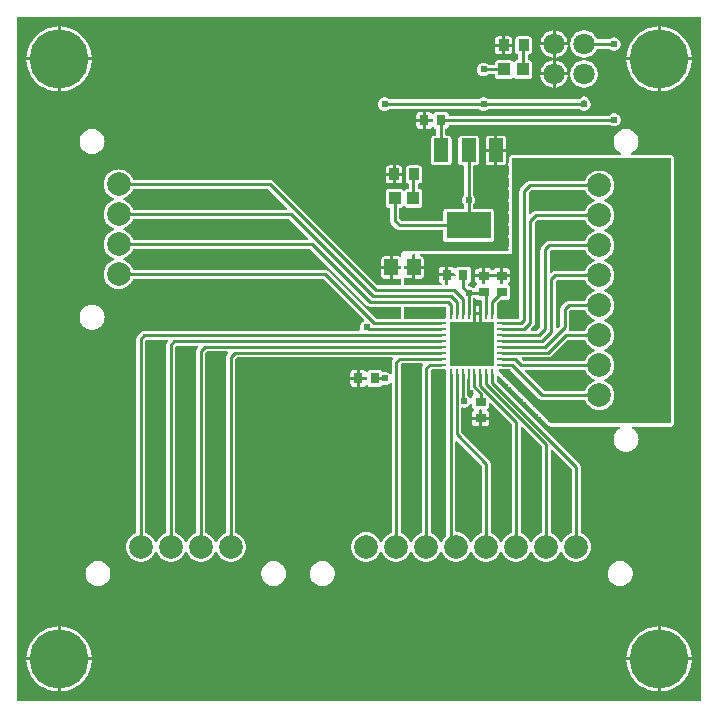
<source format=gtl>
G04 Layer: TopLayer*
G04 EasyEDA v6.5.34, 2023-09-11 23:55:01*
G04 0142af5b8bed46c8af125076436406b4,5a6b42c53f6a479593ecc07194224c93,10*
G04 Gerber Generator version 0.2*
G04 Scale: 100 percent, Rotated: No, Reflected: No *
G04 Dimensions in millimeters *
G04 leading zeros omitted , absolute positions ,4 integer and 5 decimal *
%FSLAX45Y45*%
%MOMM*%

%AMMACRO1*21,1,$1,$2,0,0,$3*%
%ADD10C,0.2540*%
%ADD11R,0.8000X0.9000*%
%ADD12MACRO1,1.377X1.1325X90.0000*%
%ADD13R,0.8999X1.0000*%
%ADD14R,1.0000X1.1000*%
%ADD15R,3.8000X2.3000*%
%ADD16R,1.2000X2.0000*%
%ADD17R,0.9000X0.8000*%
%ADD18R,3.7000X3.7000*%
%ADD19R,0.2800X0.9000*%
%ADD20R,0.9000X0.2800*%
%ADD21C,5.0000*%
%ADD22C,1.8000*%
%ADD23C,2.0000*%
%ADD24C,0.6096*%
%ADD25C,0.0130*%

%LPD*%
G36*
X5805932Y25908D02*
G01*
X36068Y26416D01*
X32156Y27178D01*
X28905Y29362D01*
X26670Y32664D01*
X25908Y36576D01*
X25908Y5805932D01*
X26670Y5809792D01*
X28905Y5813094D01*
X32156Y5815330D01*
X36068Y5816092D01*
X5805932Y5816092D01*
X5809792Y5815330D01*
X5813094Y5813094D01*
X5815330Y5809792D01*
X5816092Y5805932D01*
X5816092Y36068D01*
X5815330Y32156D01*
X5813094Y28905D01*
X5809792Y26670D01*
G37*

%LPC*%
G36*
X4584700Y5600700D02*
G01*
X4687112Y5600700D01*
X4686960Y5602528D01*
X4684268Y5616803D01*
X4679746Y5630672D01*
X4673549Y5643829D01*
X4665776Y5656122D01*
X4656480Y5667349D01*
X4645863Y5677306D01*
X4634077Y5685840D01*
X4621326Y5692851D01*
X4607814Y5698236D01*
X4593691Y5701842D01*
X4584700Y5702960D01*
G37*
G36*
X5448300Y105613D02*
G01*
X5448300Y368300D01*
X5185410Y368300D01*
X5187289Y346405D01*
X5191099Y323646D01*
X5196890Y301244D01*
X5204460Y279450D01*
X5213858Y258317D01*
X5224983Y238099D01*
X5237784Y218846D01*
X5252161Y200710D01*
X5267960Y183896D01*
X5285130Y168402D01*
X5303520Y154432D01*
X5323027Y142036D01*
X5343499Y131368D01*
X5364835Y122377D01*
X5386781Y115265D01*
X5409285Y109982D01*
X5432145Y106629D01*
G37*
G36*
X368300Y105613D02*
G01*
X368300Y368300D01*
X105410Y368300D01*
X107289Y346405D01*
X111099Y323646D01*
X116890Y301244D01*
X124460Y279450D01*
X133858Y258317D01*
X144983Y238099D01*
X157784Y218846D01*
X172161Y200710D01*
X187960Y183896D01*
X205130Y168402D01*
X223520Y154432D01*
X243027Y142036D01*
X263499Y131368D01*
X284835Y122377D01*
X306781Y115265D01*
X329285Y109982D01*
X352145Y106629D01*
G37*
G36*
X5473700Y393700D02*
G01*
X5736336Y393700D01*
X5735929Y404063D01*
X5733034Y427024D01*
X5728208Y449630D01*
X5721553Y471728D01*
X5713018Y493217D01*
X5702757Y513892D01*
X5690819Y533654D01*
X5677204Y552348D01*
X5662117Y569874D01*
X5645607Y586028D01*
X5627776Y600760D01*
X5608828Y613968D01*
X5588812Y625500D01*
X5567883Y635355D01*
X5546242Y643382D01*
X5523992Y649630D01*
X5501284Y653948D01*
X5478322Y656336D01*
X5473700Y656437D01*
G37*
G36*
X393700Y393700D02*
G01*
X656336Y393700D01*
X655929Y404063D01*
X653034Y427024D01*
X648208Y449630D01*
X641553Y471728D01*
X633018Y493217D01*
X622757Y513892D01*
X610819Y533654D01*
X597204Y552348D01*
X582117Y569874D01*
X565607Y586028D01*
X547776Y600760D01*
X528828Y613968D01*
X508812Y625500D01*
X487883Y635355D01*
X466242Y643382D01*
X443992Y649630D01*
X421284Y653948D01*
X398322Y656336D01*
X393700Y656437D01*
G37*
G36*
X105410Y393700D02*
G01*
X368300Y393700D01*
X368300Y656386D01*
X352145Y655370D01*
X329285Y652018D01*
X306781Y646734D01*
X284835Y639572D01*
X263499Y630631D01*
X243027Y619912D01*
X223520Y607568D01*
X205130Y593598D01*
X187960Y578104D01*
X172161Y561289D01*
X157784Y543153D01*
X144983Y523900D01*
X133858Y503682D01*
X124460Y482549D01*
X116890Y460756D01*
X111099Y438353D01*
X107289Y415594D01*
G37*
G36*
X5185410Y393700D02*
G01*
X5448300Y393700D01*
X5448300Y656386D01*
X5432145Y655370D01*
X5409285Y652018D01*
X5386781Y646734D01*
X5364835Y639572D01*
X5343499Y630631D01*
X5323027Y619912D01*
X5303520Y607568D01*
X5285130Y593598D01*
X5267960Y578104D01*
X5252161Y561289D01*
X5237784Y543153D01*
X5224983Y523900D01*
X5213858Y503682D01*
X5204460Y482549D01*
X5196890Y460756D01*
X5191099Y438353D01*
X5187289Y415594D01*
G37*
G36*
X2197709Y999032D02*
G01*
X2211527Y999896D01*
X2225090Y1002639D01*
X2238197Y1007059D01*
X2250643Y1013206D01*
X2262124Y1020876D01*
X2272538Y1030020D01*
X2281682Y1040434D01*
X2289403Y1051966D01*
X2295499Y1064361D01*
X2299970Y1077518D01*
X2302662Y1091082D01*
X2303576Y1104900D01*
X2302662Y1118717D01*
X2299970Y1132281D01*
X2295499Y1145438D01*
X2289403Y1157833D01*
X2281682Y1169365D01*
X2272538Y1179779D01*
X2262124Y1188923D01*
X2250643Y1196594D01*
X2238197Y1202740D01*
X2225090Y1207160D01*
X2211527Y1209903D01*
X2197709Y1210767D01*
X2183841Y1209903D01*
X2170277Y1207160D01*
X2157171Y1202740D01*
X2144725Y1196594D01*
X2133244Y1188923D01*
X2122830Y1179779D01*
X2113686Y1169365D01*
X2105964Y1157833D01*
X2099868Y1145438D01*
X2095398Y1132281D01*
X2092706Y1118717D01*
X2091791Y1104900D01*
X2092706Y1091082D01*
X2095398Y1077518D01*
X2099868Y1064361D01*
X2105964Y1051966D01*
X2113686Y1040434D01*
X2122830Y1030020D01*
X2133244Y1020876D01*
X2144725Y1013206D01*
X2157171Y1007059D01*
X2170277Y1002639D01*
X2183841Y999896D01*
G37*
G36*
X5131308Y999032D02*
G01*
X5145125Y999896D01*
X5158689Y1002639D01*
X5171795Y1007059D01*
X5184241Y1013206D01*
X5195722Y1020876D01*
X5206136Y1030020D01*
X5215280Y1040434D01*
X5223002Y1051966D01*
X5229098Y1064361D01*
X5233568Y1077518D01*
X5236260Y1091082D01*
X5237175Y1104900D01*
X5236260Y1118717D01*
X5233568Y1132281D01*
X5229098Y1145438D01*
X5223002Y1157833D01*
X5215280Y1169365D01*
X5206136Y1179779D01*
X5195722Y1188923D01*
X5184241Y1196594D01*
X5171795Y1202740D01*
X5158689Y1207160D01*
X5145125Y1209903D01*
X5131308Y1210767D01*
X5117439Y1209903D01*
X5103876Y1207160D01*
X5090769Y1202740D01*
X5078323Y1196594D01*
X5066842Y1188923D01*
X5056428Y1179779D01*
X5047284Y1169365D01*
X5039563Y1157833D01*
X5033467Y1145438D01*
X5028996Y1132281D01*
X5026304Y1118717D01*
X5025390Y1104900D01*
X5026304Y1091082D01*
X5028996Y1077518D01*
X5033467Y1064361D01*
X5039563Y1051966D01*
X5047284Y1040434D01*
X5056428Y1030020D01*
X5066842Y1020876D01*
X5078323Y1013206D01*
X5090769Y1007059D01*
X5103876Y1002639D01*
X5117439Y999896D01*
G37*
G36*
X2610104Y999032D02*
G01*
X2623921Y999896D01*
X2637485Y1002639D01*
X2650642Y1007059D01*
X2663037Y1013206D01*
X2674569Y1020876D01*
X2684983Y1030020D01*
X2694127Y1040434D01*
X2701798Y1051966D01*
X2707944Y1064361D01*
X2712364Y1077518D01*
X2715107Y1091082D01*
X2715971Y1104900D01*
X2715107Y1118717D01*
X2712364Y1132281D01*
X2707944Y1145438D01*
X2701798Y1157833D01*
X2694127Y1169365D01*
X2684983Y1179779D01*
X2674569Y1188923D01*
X2663037Y1196594D01*
X2650642Y1202740D01*
X2637485Y1207160D01*
X2623921Y1209903D01*
X2610104Y1210767D01*
X2596286Y1209903D01*
X2582722Y1207160D01*
X2569565Y1202740D01*
X2557170Y1196594D01*
X2545638Y1188923D01*
X2535224Y1179779D01*
X2526080Y1169365D01*
X2518410Y1157833D01*
X2512263Y1145438D01*
X2507843Y1132281D01*
X2505100Y1118717D01*
X2504236Y1104900D01*
X2505100Y1091082D01*
X2507843Y1077518D01*
X2512263Y1064361D01*
X2518410Y1051966D01*
X2526080Y1040434D01*
X2535224Y1030020D01*
X2545638Y1020876D01*
X2557170Y1013206D01*
X2569565Y1007059D01*
X2582722Y1002639D01*
X2596286Y999896D01*
G37*
G36*
X710488Y999032D02*
G01*
X724306Y999896D01*
X737870Y1002639D01*
X751027Y1007059D01*
X763422Y1013206D01*
X774954Y1020876D01*
X785368Y1030020D01*
X794512Y1040434D01*
X802182Y1051966D01*
X808329Y1064361D01*
X812749Y1077518D01*
X815492Y1091082D01*
X816356Y1104900D01*
X815492Y1118717D01*
X812749Y1132281D01*
X808329Y1145438D01*
X802182Y1157833D01*
X794512Y1169365D01*
X785368Y1179779D01*
X774954Y1188923D01*
X763422Y1196594D01*
X751027Y1202740D01*
X737870Y1207160D01*
X724306Y1209903D01*
X710488Y1210767D01*
X696671Y1209903D01*
X683107Y1207160D01*
X669950Y1202740D01*
X657555Y1196594D01*
X646023Y1188923D01*
X635609Y1179779D01*
X626465Y1169365D01*
X618794Y1157833D01*
X612648Y1145438D01*
X608228Y1132281D01*
X605485Y1118717D01*
X604621Y1104900D01*
X605485Y1091082D01*
X608228Y1077518D01*
X612648Y1064361D01*
X618794Y1051966D01*
X626465Y1040434D01*
X635609Y1030020D01*
X646023Y1020876D01*
X657555Y1013206D01*
X669950Y1007059D01*
X683107Y1002639D01*
X696671Y999896D01*
G37*
G36*
X1073099Y1204010D02*
G01*
X1088237Y1204925D01*
X1103223Y1207668D01*
X1117701Y1212189D01*
X1131570Y1218438D01*
X1144574Y1226312D01*
X1156563Y1235659D01*
X1167333Y1246428D01*
X1176680Y1258417D01*
X1184554Y1271422D01*
X1190802Y1285341D01*
X1193038Y1288491D01*
X1196289Y1290574D01*
X1200099Y1291336D01*
X1203858Y1290574D01*
X1207109Y1288491D01*
X1209344Y1285341D01*
X1215593Y1271422D01*
X1223467Y1258417D01*
X1232865Y1246428D01*
X1243584Y1235659D01*
X1255572Y1226312D01*
X1268577Y1218438D01*
X1282446Y1212189D01*
X1296974Y1207668D01*
X1311910Y1204925D01*
X1327099Y1204010D01*
X1342237Y1204925D01*
X1357223Y1207668D01*
X1371701Y1212189D01*
X1385570Y1218438D01*
X1398574Y1226312D01*
X1410563Y1235659D01*
X1421333Y1246428D01*
X1430680Y1258417D01*
X1438554Y1271422D01*
X1444802Y1285341D01*
X1447038Y1288491D01*
X1450289Y1290574D01*
X1454099Y1291336D01*
X1457858Y1290574D01*
X1461109Y1288491D01*
X1463344Y1285341D01*
X1469593Y1271422D01*
X1477467Y1258417D01*
X1486865Y1246428D01*
X1497584Y1235659D01*
X1509572Y1226312D01*
X1522577Y1218438D01*
X1536446Y1212189D01*
X1550974Y1207668D01*
X1565910Y1204925D01*
X1581099Y1204010D01*
X1596237Y1204925D01*
X1611223Y1207668D01*
X1625701Y1212189D01*
X1639570Y1218438D01*
X1652574Y1226312D01*
X1664563Y1235659D01*
X1675333Y1246428D01*
X1684680Y1258417D01*
X1692554Y1271422D01*
X1698802Y1285341D01*
X1701038Y1288491D01*
X1704289Y1290574D01*
X1708099Y1291336D01*
X1711858Y1290574D01*
X1715109Y1288491D01*
X1717344Y1285341D01*
X1723593Y1271422D01*
X1731467Y1258417D01*
X1740865Y1246428D01*
X1751584Y1235659D01*
X1763572Y1226312D01*
X1776577Y1218438D01*
X1790446Y1212189D01*
X1804974Y1207668D01*
X1819910Y1204925D01*
X1835099Y1204010D01*
X1850237Y1204925D01*
X1865223Y1207668D01*
X1879701Y1212189D01*
X1893570Y1218438D01*
X1906574Y1226312D01*
X1918563Y1235659D01*
X1929333Y1246428D01*
X1938680Y1258417D01*
X1946554Y1271422D01*
X1952802Y1285290D01*
X1957324Y1299768D01*
X1960067Y1314754D01*
X1960981Y1329893D01*
X1960067Y1345082D01*
X1957324Y1360017D01*
X1952802Y1374546D01*
X1946554Y1388414D01*
X1938680Y1401419D01*
X1929333Y1413408D01*
X1918563Y1424127D01*
X1906574Y1433525D01*
X1893570Y1441399D01*
X1879752Y1447596D01*
X1876602Y1449832D01*
X1874469Y1453083D01*
X1873757Y1456893D01*
X1873757Y2919882D01*
X1874520Y2923794D01*
X1876755Y2927096D01*
X1881174Y2931515D01*
X1884476Y2933750D01*
X1888388Y2934512D01*
X3198825Y2934512D01*
X3202533Y2933801D01*
X3205734Y2931769D01*
X3207969Y2928721D01*
X3208934Y2925013D01*
X3208477Y2921254D01*
X3206648Y2917901D01*
X3203651Y2914243D01*
X3200095Y2907588D01*
X3197910Y2900324D01*
X3197098Y2892298D01*
X3197098Y2799638D01*
X3196336Y2795727D01*
X3194100Y2792425D01*
X3190849Y2790240D01*
X3186938Y2789478D01*
X3183026Y2790240D01*
X3179775Y2792425D01*
X3173120Y2799080D01*
X3165094Y2804718D01*
X3156153Y2808833D01*
X3146704Y2811373D01*
X3136900Y2812237D01*
X3126740Y2811272D01*
X3122472Y2811068D01*
X3118510Y2812643D01*
X3115513Y2815691D01*
X3114700Y2817012D01*
X3110585Y2821127D01*
X3105708Y2824175D01*
X3100222Y2826105D01*
X3093923Y2826816D01*
X3015081Y2826816D01*
X3008731Y2826105D01*
X3003296Y2824175D01*
X2998368Y2821127D01*
X2994304Y2817012D01*
X2993085Y2815132D01*
X2990291Y2812186D01*
X2986532Y2810611D01*
X2982468Y2810611D01*
X2978708Y2812186D01*
X2975914Y2815132D01*
X2974695Y2817012D01*
X2970631Y2821127D01*
X2965704Y2824175D01*
X2960268Y2826105D01*
X2953918Y2826816D01*
X2927197Y2826816D01*
X2927197Y2768600D01*
X2978404Y2768600D01*
X2982315Y2767838D01*
X2985617Y2765602D01*
X2987802Y2762351D01*
X2988564Y2758440D01*
X2988564Y2753360D01*
X2987802Y2749499D01*
X2985617Y2746197D01*
X2982315Y2743962D01*
X2978404Y2743200D01*
X2927197Y2743200D01*
X2927197Y2684983D01*
X2953918Y2684983D01*
X2960268Y2685694D01*
X2965704Y2687624D01*
X2970631Y2690672D01*
X2974695Y2694787D01*
X2975914Y2696667D01*
X2978708Y2699613D01*
X2982468Y2701239D01*
X2986532Y2701239D01*
X2990291Y2699613D01*
X2993085Y2696667D01*
X2994304Y2694787D01*
X2998368Y2690672D01*
X3003296Y2687624D01*
X3008731Y2685694D01*
X3015081Y2684983D01*
X3093923Y2684983D01*
X3100222Y2685694D01*
X3105708Y2687624D01*
X3110585Y2690672D01*
X3114700Y2694787D01*
X3115513Y2696108D01*
X3118510Y2699156D01*
X3122472Y2700731D01*
X3136900Y2699562D01*
X3146704Y2700426D01*
X3156153Y2702966D01*
X3165094Y2707081D01*
X3173120Y2712720D01*
X3179775Y2719374D01*
X3183026Y2721559D01*
X3186938Y2722321D01*
X3190849Y2721559D01*
X3194100Y2719374D01*
X3196336Y2716072D01*
X3197098Y2712161D01*
X3197098Y1456893D01*
X3196386Y1453083D01*
X3194253Y1449832D01*
X3191103Y1447596D01*
X3177184Y1441348D01*
X3164179Y1433474D01*
X3152241Y1424127D01*
X3141472Y1413357D01*
X3132124Y1401419D01*
X3124250Y1388414D01*
X3117951Y1374495D01*
X3115767Y1371295D01*
X3112516Y1369212D01*
X3108706Y1368501D01*
X3104896Y1369212D01*
X3101644Y1371295D01*
X3099460Y1374495D01*
X3093161Y1388414D01*
X3085287Y1401419D01*
X3075940Y1413357D01*
X3065170Y1424127D01*
X3053232Y1433474D01*
X3040227Y1441348D01*
X3026359Y1447596D01*
X3011830Y1452118D01*
X2996895Y1454861D01*
X2981706Y1455775D01*
X2966516Y1454861D01*
X2951581Y1452118D01*
X2937052Y1447596D01*
X2923184Y1441348D01*
X2910179Y1433474D01*
X2898241Y1424127D01*
X2887472Y1413357D01*
X2878124Y1401419D01*
X2870250Y1388414D01*
X2864002Y1374546D01*
X2859481Y1360017D01*
X2856738Y1345082D01*
X2855823Y1329893D01*
X2856738Y1314704D01*
X2859481Y1299768D01*
X2864002Y1285240D01*
X2870250Y1271371D01*
X2878124Y1258366D01*
X2887472Y1246428D01*
X2898241Y1235659D01*
X2910179Y1226312D01*
X2923184Y1218438D01*
X2937052Y1212189D01*
X2951581Y1207668D01*
X2966516Y1204925D01*
X2981706Y1204010D01*
X2996895Y1204925D01*
X3011830Y1207668D01*
X3026359Y1212189D01*
X3040227Y1218438D01*
X3053232Y1226312D01*
X3065170Y1235659D01*
X3075940Y1246428D01*
X3085287Y1258366D01*
X3093161Y1271371D01*
X3099460Y1285290D01*
X3101644Y1288491D01*
X3104896Y1290574D01*
X3108706Y1291285D01*
X3112516Y1290574D01*
X3115767Y1288491D01*
X3117951Y1285290D01*
X3124250Y1271371D01*
X3132124Y1258366D01*
X3141472Y1246428D01*
X3152241Y1235659D01*
X3164179Y1226312D01*
X3177184Y1218438D01*
X3191052Y1212189D01*
X3205581Y1207668D01*
X3220516Y1204925D01*
X3235706Y1204010D01*
X3250895Y1204925D01*
X3265830Y1207668D01*
X3280359Y1212189D01*
X3294227Y1218438D01*
X3307232Y1226312D01*
X3319170Y1235659D01*
X3329940Y1246428D01*
X3339287Y1258366D01*
X3347161Y1271371D01*
X3353460Y1285290D01*
X3355644Y1288491D01*
X3358896Y1290574D01*
X3362706Y1291285D01*
X3366515Y1290574D01*
X3369767Y1288491D01*
X3371951Y1285290D01*
X3378250Y1271371D01*
X3386124Y1258366D01*
X3395472Y1246428D01*
X3406241Y1235659D01*
X3418179Y1226312D01*
X3431184Y1218438D01*
X3445052Y1212189D01*
X3459581Y1207668D01*
X3474516Y1204925D01*
X3489706Y1204010D01*
X3504895Y1204925D01*
X3519830Y1207668D01*
X3534359Y1212189D01*
X3548227Y1218438D01*
X3561232Y1226312D01*
X3573170Y1235659D01*
X3583940Y1246428D01*
X3593287Y1258366D01*
X3601161Y1271371D01*
X3607460Y1285290D01*
X3609644Y1288491D01*
X3612896Y1290574D01*
X3616706Y1291285D01*
X3620515Y1290574D01*
X3623767Y1288491D01*
X3625951Y1285290D01*
X3632250Y1271371D01*
X3640124Y1258366D01*
X3649472Y1246428D01*
X3660241Y1235659D01*
X3672179Y1226312D01*
X3685184Y1218438D01*
X3699052Y1212189D01*
X3713581Y1207668D01*
X3728516Y1204925D01*
X3743706Y1204010D01*
X3758895Y1204925D01*
X3773830Y1207668D01*
X3788359Y1212189D01*
X3802227Y1218438D01*
X3815232Y1226312D01*
X3827170Y1235659D01*
X3837940Y1246428D01*
X3847287Y1258366D01*
X3855161Y1271371D01*
X3861460Y1285290D01*
X3863644Y1288491D01*
X3866896Y1290574D01*
X3870706Y1291285D01*
X3874515Y1290574D01*
X3877767Y1288491D01*
X3879951Y1285290D01*
X3886250Y1271371D01*
X3894124Y1258366D01*
X3903472Y1246428D01*
X3914241Y1235659D01*
X3926179Y1226312D01*
X3939184Y1218438D01*
X3953052Y1212189D01*
X3967581Y1207668D01*
X3982516Y1204925D01*
X3997706Y1204010D01*
X4012895Y1204925D01*
X4027830Y1207668D01*
X4042359Y1212189D01*
X4056227Y1218438D01*
X4069232Y1226312D01*
X4081170Y1235659D01*
X4091940Y1246428D01*
X4101287Y1258366D01*
X4109161Y1271371D01*
X4115460Y1285290D01*
X4117644Y1288491D01*
X4120896Y1290574D01*
X4124706Y1291285D01*
X4128515Y1290574D01*
X4131767Y1288491D01*
X4133951Y1285290D01*
X4140250Y1271371D01*
X4148124Y1258366D01*
X4157472Y1246428D01*
X4168241Y1235659D01*
X4180179Y1226312D01*
X4193184Y1218438D01*
X4207052Y1212189D01*
X4221581Y1207668D01*
X4236516Y1204925D01*
X4251706Y1204010D01*
X4266895Y1204925D01*
X4281830Y1207668D01*
X4296359Y1212189D01*
X4310227Y1218438D01*
X4323232Y1226312D01*
X4335170Y1235659D01*
X4345940Y1246428D01*
X4355287Y1258366D01*
X4363161Y1271371D01*
X4369460Y1285290D01*
X4371644Y1288491D01*
X4374896Y1290574D01*
X4378706Y1291285D01*
X4382516Y1290574D01*
X4385767Y1288491D01*
X4387951Y1285290D01*
X4394250Y1271371D01*
X4402124Y1258366D01*
X4411472Y1246428D01*
X4422241Y1235659D01*
X4434179Y1226312D01*
X4447184Y1218438D01*
X4461052Y1212189D01*
X4475581Y1207668D01*
X4490516Y1204925D01*
X4505706Y1204010D01*
X4520895Y1204925D01*
X4535830Y1207668D01*
X4550359Y1212189D01*
X4564227Y1218438D01*
X4577232Y1226312D01*
X4589170Y1235659D01*
X4599940Y1246428D01*
X4609287Y1258366D01*
X4617161Y1271371D01*
X4623460Y1285290D01*
X4625644Y1288491D01*
X4628896Y1290574D01*
X4632706Y1291285D01*
X4636516Y1290574D01*
X4639767Y1288491D01*
X4641951Y1285290D01*
X4648250Y1271371D01*
X4656124Y1258366D01*
X4665472Y1246428D01*
X4676241Y1235659D01*
X4688179Y1226312D01*
X4701184Y1218438D01*
X4715052Y1212189D01*
X4729581Y1207668D01*
X4744516Y1204925D01*
X4759706Y1204010D01*
X4774895Y1204925D01*
X4789830Y1207668D01*
X4804359Y1212189D01*
X4818227Y1218438D01*
X4831232Y1226312D01*
X4843170Y1235659D01*
X4853940Y1246428D01*
X4863287Y1258366D01*
X4871161Y1271371D01*
X4877409Y1285240D01*
X4881930Y1299768D01*
X4884674Y1314704D01*
X4885588Y1329893D01*
X4884674Y1345082D01*
X4881930Y1360017D01*
X4877409Y1374546D01*
X4871161Y1388414D01*
X4863287Y1401419D01*
X4853940Y1413357D01*
X4843170Y1424127D01*
X4831232Y1433474D01*
X4818227Y1441348D01*
X4804308Y1447596D01*
X4801158Y1449832D01*
X4799025Y1453083D01*
X4798314Y1456893D01*
X4798314Y2008936D01*
X4797501Y2016963D01*
X4795316Y2024176D01*
X4791760Y2030882D01*
X4786630Y2037080D01*
X4090517Y2733243D01*
X4088739Y2735681D01*
X4087723Y2738526D01*
X4087622Y2741523D01*
X4088384Y2748534D01*
X4088384Y2771952D01*
X4089196Y2775813D01*
X4091381Y2779115D01*
X4094683Y2781300D01*
X4098544Y2782112D01*
X4102455Y2781300D01*
X4105757Y2779115D01*
X4113580Y2771292D01*
X4115612Y2768396D01*
X4116781Y2765806D01*
X4122420Y2757779D01*
X4129379Y2750820D01*
X4137406Y2745181D01*
X4139996Y2744012D01*
X4142892Y2741980D01*
X4177080Y2707792D01*
X4179112Y2704896D01*
X4180281Y2702306D01*
X4185920Y2694279D01*
X4192879Y2687320D01*
X4200906Y2681681D01*
X4203496Y2680512D01*
X4206392Y2678480D01*
X4240580Y2644292D01*
X4242612Y2641396D01*
X4243781Y2638806D01*
X4249420Y2630779D01*
X4256379Y2623820D01*
X4264406Y2618181D01*
X4266996Y2617012D01*
X4269892Y2614980D01*
X4304080Y2580792D01*
X4306112Y2577896D01*
X4307281Y2575306D01*
X4312920Y2567279D01*
X4319879Y2560320D01*
X4327906Y2554681D01*
X4330496Y2553512D01*
X4333392Y2551480D01*
X4367580Y2517292D01*
X4369612Y2514396D01*
X4370781Y2511806D01*
X4376420Y2503779D01*
X4383379Y2496820D01*
X4391406Y2491181D01*
X4393996Y2490012D01*
X4396892Y2487980D01*
X4431080Y2453792D01*
X4433112Y2450896D01*
X4434281Y2448306D01*
X4439920Y2440279D01*
X4446879Y2433320D01*
X4454906Y2427681D01*
X4457496Y2426512D01*
X4460392Y2424480D01*
X4494580Y2390292D01*
X4496612Y2387396D01*
X4497781Y2384806D01*
X4503420Y2376779D01*
X4510379Y2369820D01*
X4518406Y2364181D01*
X4520996Y2363012D01*
X4523892Y2360980D01*
X4530445Y2354681D01*
X4535373Y2351582D01*
X4540859Y2349652D01*
X4546904Y2348992D01*
X5119065Y2348992D01*
X5123281Y2348077D01*
X5126685Y2345537D01*
X5128768Y2341778D01*
X5129123Y2337511D01*
X5127701Y2333447D01*
X5124704Y2330399D01*
X5117134Y2325319D01*
X5106720Y2316175D01*
X5097576Y2305761D01*
X5089906Y2294280D01*
X5083759Y2281834D01*
X5079339Y2268728D01*
X5076596Y2255164D01*
X5075732Y2241346D01*
X5076596Y2227478D01*
X5079339Y2213914D01*
X5083759Y2200808D01*
X5089906Y2188362D01*
X5097576Y2176881D01*
X5106720Y2166467D01*
X5117134Y2157323D01*
X5128666Y2149602D01*
X5141061Y2143506D01*
X5154218Y2139035D01*
X5167782Y2136343D01*
X5181600Y2135428D01*
X5195417Y2136343D01*
X5208981Y2139035D01*
X5222138Y2143506D01*
X5234533Y2149602D01*
X5246065Y2157323D01*
X5256479Y2166467D01*
X5265623Y2176881D01*
X5273294Y2188362D01*
X5279440Y2200808D01*
X5283860Y2213914D01*
X5286603Y2227478D01*
X5287467Y2241346D01*
X5286603Y2255164D01*
X5283860Y2268728D01*
X5279440Y2281834D01*
X5273294Y2294280D01*
X5265623Y2305761D01*
X5256479Y2316175D01*
X5246065Y2325319D01*
X5238496Y2330399D01*
X5235498Y2333447D01*
X5234076Y2337511D01*
X5234432Y2341778D01*
X5236514Y2345537D01*
X5239918Y2348077D01*
X5244134Y2348992D01*
X5562041Y2348992D01*
X5568340Y2349703D01*
X5573826Y2351633D01*
X5578703Y2354681D01*
X5582818Y2358796D01*
X5585866Y2363673D01*
X5587796Y2369159D01*
X5588508Y2375458D01*
X5588508Y4622241D01*
X5587796Y4628540D01*
X5585866Y4634026D01*
X5582818Y4638903D01*
X5578703Y4643018D01*
X5573826Y4646066D01*
X5568340Y4647996D01*
X5562041Y4648708D01*
X5233314Y4648708D01*
X5228894Y4649724D01*
X5225389Y4652518D01*
X5223408Y4656582D01*
X5223408Y4661052D01*
X5225338Y4665116D01*
X5228793Y4667961D01*
X5234533Y4670806D01*
X5246065Y4678476D01*
X5256479Y4687620D01*
X5265623Y4698034D01*
X5273294Y4709566D01*
X5279440Y4721961D01*
X5283860Y4735118D01*
X5286603Y4748682D01*
X5287467Y4762500D01*
X5286603Y4776317D01*
X5283860Y4789932D01*
X5279440Y4803038D01*
X5273294Y4815433D01*
X5265623Y4826965D01*
X5256479Y4837379D01*
X5246065Y4846523D01*
X5234533Y4854194D01*
X5222138Y4860340D01*
X5208981Y4864760D01*
X5195417Y4867503D01*
X5181600Y4868367D01*
X5167782Y4867503D01*
X5154218Y4864760D01*
X5141061Y4860340D01*
X5128666Y4854194D01*
X5117134Y4846523D01*
X5106720Y4837379D01*
X5097576Y4826965D01*
X5089906Y4815433D01*
X5083759Y4803038D01*
X5079339Y4789932D01*
X5076596Y4776317D01*
X5075732Y4762500D01*
X5076596Y4748682D01*
X5079339Y4735118D01*
X5083759Y4721961D01*
X5089906Y4709566D01*
X5097576Y4698034D01*
X5106720Y4687620D01*
X5117134Y4678476D01*
X5128666Y4670806D01*
X5134406Y4667961D01*
X5137861Y4665116D01*
X5139791Y4661052D01*
X5139791Y4656582D01*
X5137810Y4652518D01*
X5134305Y4649724D01*
X5129885Y4648708D01*
X4216958Y4648708D01*
X4210659Y4647996D01*
X4205173Y4646066D01*
X4200296Y4643018D01*
X4196181Y4638903D01*
X4193133Y4634026D01*
X4191203Y4628540D01*
X4190492Y4622241D01*
X4190492Y4597044D01*
X4189526Y4592777D01*
X4188866Y4591253D01*
X4186326Y4581804D01*
X4185462Y4572000D01*
X4186326Y4562195D01*
X4188866Y4552746D01*
X4189526Y4551222D01*
X4190492Y4546955D01*
X4190492Y4495444D01*
X4189526Y4491177D01*
X4188866Y4489653D01*
X4186326Y4480204D01*
X4185462Y4470400D01*
X4186326Y4460595D01*
X4188866Y4451146D01*
X4189526Y4449622D01*
X4190492Y4445355D01*
X4190492Y4393844D01*
X4189526Y4389577D01*
X4188866Y4388053D01*
X4186326Y4378604D01*
X4185462Y4368800D01*
X4186326Y4358995D01*
X4188866Y4349546D01*
X4189526Y4348022D01*
X4190492Y4343755D01*
X4190492Y4292244D01*
X4189526Y4287977D01*
X4188866Y4286453D01*
X4186326Y4277004D01*
X4185462Y4267200D01*
X4186326Y4257395D01*
X4188866Y4247946D01*
X4189526Y4246422D01*
X4190492Y4242155D01*
X4190492Y4190644D01*
X4189526Y4186377D01*
X4188866Y4184853D01*
X4186326Y4175404D01*
X4185462Y4165600D01*
X4186326Y4155795D01*
X4188866Y4146346D01*
X4189526Y4144822D01*
X4190492Y4140555D01*
X4190492Y4089044D01*
X4189526Y4084777D01*
X4188866Y4083253D01*
X4186326Y4073804D01*
X4185462Y4064000D01*
X4186326Y4054195D01*
X4188866Y4044746D01*
X4189526Y4043222D01*
X4190492Y4038955D01*
X4190492Y3987444D01*
X4189526Y3983177D01*
X4188866Y3981653D01*
X4186326Y3972204D01*
X4185462Y3962400D01*
X4186326Y3952595D01*
X4188866Y3943146D01*
X4189526Y3941622D01*
X4190492Y3937355D01*
X4190492Y3885844D01*
X4189526Y3881577D01*
X4188866Y3880053D01*
X4186326Y3870604D01*
X4185462Y3860800D01*
X4186326Y3850995D01*
X4186936Y3848709D01*
X4187240Y3845001D01*
X4186174Y3841445D01*
X4183887Y3838498D01*
X4180738Y3836568D01*
X4177131Y3835908D01*
X3302558Y3835908D01*
X3296259Y3835196D01*
X3290773Y3833266D01*
X3285896Y3830218D01*
X3281781Y3826103D01*
X3278733Y3821226D01*
X3276803Y3815740D01*
X3276092Y3809441D01*
X3276092Y3796385D01*
X3275177Y3792169D01*
X3272637Y3788714D01*
X3268878Y3786632D01*
X3264560Y3786276D01*
X3255060Y3789679D01*
X3248710Y3790391D01*
X3205378Y3790391D01*
X3205378Y3708349D01*
X3265932Y3708349D01*
X3269843Y3707587D01*
X3273094Y3705351D01*
X3275329Y3702050D01*
X3276092Y3698189D01*
X3276092Y3693109D01*
X3275329Y3689197D01*
X3273094Y3685895D01*
X3269843Y3683711D01*
X3265932Y3682949D01*
X3205378Y3682949D01*
X3205378Y3600907D01*
X3248710Y3600907D01*
X3255060Y3601618D01*
X3264560Y3604971D01*
X3268878Y3604666D01*
X3272637Y3602583D01*
X3275177Y3599129D01*
X3276092Y3594912D01*
X3276092Y3554018D01*
X3275329Y3550107D01*
X3273094Y3546856D01*
X3269843Y3544620D01*
X3265932Y3543858D01*
X3080918Y3543858D01*
X3077006Y3544620D01*
X3073704Y3546856D01*
X2193747Y4426762D01*
X2187549Y4431893D01*
X2180844Y4435449D01*
X2173630Y4437634D01*
X2165604Y4438446D01*
X1012444Y4438446D01*
X1008634Y4439158D01*
X1005382Y4441291D01*
X1003198Y4444441D01*
X996899Y4458411D01*
X989025Y4471416D01*
X979627Y4483404D01*
X968908Y4494123D01*
X956919Y4503521D01*
X943914Y4511395D01*
X930046Y4517593D01*
X915517Y4522165D01*
X900582Y4524857D01*
X885393Y4525822D01*
X870254Y4524857D01*
X855268Y4522165D01*
X840790Y4517593D01*
X826922Y4511395D01*
X813917Y4503521D01*
X801928Y4494123D01*
X791159Y4483404D01*
X781812Y4471416D01*
X773938Y4458411D01*
X767689Y4444542D01*
X763168Y4430014D01*
X760425Y4415078D01*
X759510Y4399889D01*
X760425Y4384751D01*
X763168Y4369765D01*
X767689Y4355287D01*
X773938Y4341418D01*
X781812Y4328414D01*
X791159Y4316425D01*
X801928Y4305655D01*
X813917Y4296308D01*
X826922Y4288434D01*
X840841Y4282186D01*
X843991Y4279950D01*
X846074Y4276699D01*
X846836Y4272889D01*
X846074Y4269130D01*
X843991Y4265879D01*
X840841Y4263644D01*
X826922Y4257395D01*
X813917Y4249521D01*
X801928Y4240123D01*
X791159Y4229404D01*
X781812Y4217416D01*
X773938Y4204411D01*
X767689Y4190542D01*
X763168Y4176014D01*
X760425Y4161078D01*
X759510Y4145889D01*
X760425Y4130751D01*
X763168Y4115765D01*
X767689Y4101287D01*
X773938Y4087418D01*
X781812Y4074414D01*
X791159Y4062425D01*
X801928Y4051655D01*
X813917Y4042308D01*
X826922Y4034434D01*
X840841Y4028186D01*
X843991Y4025950D01*
X846074Y4022699D01*
X846836Y4018889D01*
X846074Y4015130D01*
X843991Y4011879D01*
X840841Y4009644D01*
X826922Y4003395D01*
X813917Y3995521D01*
X801928Y3986123D01*
X791159Y3975404D01*
X781812Y3963415D01*
X773938Y3950411D01*
X767689Y3936542D01*
X763168Y3922014D01*
X760425Y3907078D01*
X759510Y3891889D01*
X760425Y3876751D01*
X763168Y3861765D01*
X767689Y3847287D01*
X773938Y3833418D01*
X781812Y3820414D01*
X791159Y3808425D01*
X801928Y3797655D01*
X813917Y3788308D01*
X826922Y3780434D01*
X840841Y3774186D01*
X843991Y3771950D01*
X846074Y3768699D01*
X846836Y3764889D01*
X846074Y3761130D01*
X843991Y3757879D01*
X840841Y3755644D01*
X826922Y3749395D01*
X813917Y3741521D01*
X801928Y3732123D01*
X791159Y3721404D01*
X781812Y3709415D01*
X773938Y3696411D01*
X767689Y3682542D01*
X763168Y3668014D01*
X760425Y3653078D01*
X759510Y3637889D01*
X760425Y3622751D01*
X763168Y3607765D01*
X767689Y3593287D01*
X773938Y3579418D01*
X781812Y3566414D01*
X791159Y3554425D01*
X801928Y3543655D01*
X813917Y3534308D01*
X826922Y3526434D01*
X840790Y3520186D01*
X855268Y3515664D01*
X870254Y3512921D01*
X885393Y3512007D01*
X900582Y3512921D01*
X915517Y3515664D01*
X930046Y3520186D01*
X943914Y3526434D01*
X956919Y3534308D01*
X968908Y3543655D01*
X979627Y3554425D01*
X989025Y3566414D01*
X996899Y3579418D01*
X1003096Y3593236D01*
X1005332Y3596386D01*
X1008583Y3598519D01*
X1012393Y3599230D01*
X2615793Y3599230D01*
X2619705Y3598468D01*
X2623007Y3596233D01*
X2964078Y3255162D01*
X2966262Y3251962D01*
X2967075Y3248152D01*
X2966364Y3244342D01*
X2964332Y3241040D01*
X2961182Y3238754D01*
X2956306Y3236518D01*
X2948279Y3230880D01*
X2941320Y3223920D01*
X2935681Y3215894D01*
X2931566Y3206953D01*
X2929026Y3197504D01*
X2928162Y3187700D01*
X2929026Y3177895D01*
X2929940Y3174390D01*
X2930245Y3170682D01*
X2929178Y3167126D01*
X2926943Y3164179D01*
X2923794Y3162249D01*
X2920136Y3161588D01*
X1104138Y3161588D01*
X1096111Y3160776D01*
X1088898Y3158591D01*
X1082192Y3155035D01*
X1075994Y3149904D01*
X1046226Y3120136D01*
X1041095Y3113938D01*
X1037539Y3107232D01*
X1035354Y3100019D01*
X1034542Y3091992D01*
X1034542Y1456944D01*
X1033830Y1453134D01*
X1031697Y1449882D01*
X1028547Y1447647D01*
X1014577Y1441399D01*
X1001572Y1433525D01*
X989584Y1424127D01*
X978865Y1413408D01*
X969467Y1401419D01*
X961593Y1388414D01*
X955395Y1374546D01*
X950874Y1360017D01*
X948131Y1345082D01*
X947216Y1329893D01*
X948131Y1314754D01*
X950874Y1299768D01*
X955395Y1285290D01*
X961593Y1271422D01*
X969467Y1258417D01*
X978865Y1246428D01*
X989584Y1235659D01*
X1001572Y1226312D01*
X1014577Y1218438D01*
X1028446Y1212189D01*
X1042974Y1207668D01*
X1057910Y1204925D01*
G37*
G36*
X4456887Y5600700D02*
G01*
X4559300Y5600700D01*
X4559300Y5702960D01*
X4550308Y5701842D01*
X4536186Y5698236D01*
X4522673Y5692851D01*
X4509922Y5685840D01*
X4498136Y5677306D01*
X4487519Y5667349D01*
X4478223Y5656122D01*
X4470450Y5643829D01*
X4464253Y5630672D01*
X4459732Y5616803D01*
X4457039Y5602528D01*
G37*
G36*
X4073194Y5588000D02*
G01*
X4131411Y5588000D01*
X4131411Y5651195D01*
X4099661Y5651195D01*
X4093362Y5650484D01*
X4087876Y5648604D01*
X4082999Y5645505D01*
X4078884Y5641390D01*
X4075785Y5636514D01*
X4073906Y5631027D01*
X4073194Y5624728D01*
G37*
G36*
X4156811Y5588000D02*
G01*
X4214977Y5588000D01*
X4214977Y5624728D01*
X4214266Y5631027D01*
X4212386Y5636514D01*
X4209288Y5641390D01*
X4205224Y5645505D01*
X4200296Y5648604D01*
X4194860Y5650484D01*
X4188510Y5651195D01*
X4156811Y5651195D01*
G37*
G36*
X4156811Y5499404D02*
G01*
X4188510Y5499404D01*
X4194860Y5500116D01*
X4200296Y5501995D01*
X4205224Y5505094D01*
X4209288Y5509158D01*
X4212386Y5514086D01*
X4214266Y5519521D01*
X4214977Y5525871D01*
X4214977Y5562600D01*
X4156811Y5562600D01*
G37*
G36*
X4099661Y5499404D02*
G01*
X4131411Y5499404D01*
X4131411Y5562600D01*
X4073194Y5562600D01*
X4073194Y5525871D01*
X4073906Y5519521D01*
X4075785Y5514086D01*
X4078884Y5509158D01*
X4082999Y5505094D01*
X4087876Y5501995D01*
X4093362Y5500116D01*
G37*
G36*
X105410Y5473700D02*
G01*
X368300Y5473700D01*
X368300Y5736386D01*
X352145Y5735370D01*
X329285Y5732018D01*
X306781Y5726734D01*
X284835Y5719572D01*
X263499Y5710631D01*
X243027Y5699912D01*
X223520Y5687568D01*
X205130Y5673598D01*
X187960Y5658104D01*
X172161Y5641289D01*
X157784Y5623153D01*
X144983Y5603900D01*
X133858Y5583682D01*
X124460Y5562549D01*
X116890Y5540756D01*
X111099Y5518353D01*
X107289Y5495594D01*
G37*
G36*
X5185410Y5473700D02*
G01*
X5448300Y5473700D01*
X5448300Y5736386D01*
X5432145Y5735370D01*
X5409285Y5732018D01*
X5386781Y5726734D01*
X5364835Y5719572D01*
X5343499Y5710631D01*
X5323027Y5699912D01*
X5303520Y5687568D01*
X5285130Y5673598D01*
X5267960Y5658104D01*
X5252161Y5641289D01*
X5237784Y5623153D01*
X5224983Y5603900D01*
X5213858Y5583682D01*
X5204460Y5562549D01*
X5196890Y5540756D01*
X5191099Y5518353D01*
X5187289Y5495594D01*
G37*
G36*
X393700Y5473700D02*
G01*
X656336Y5473700D01*
X655929Y5484063D01*
X653034Y5507024D01*
X648208Y5529630D01*
X641553Y5551728D01*
X633018Y5573217D01*
X622757Y5593892D01*
X610819Y5613654D01*
X597204Y5632348D01*
X582117Y5649874D01*
X565607Y5666028D01*
X547776Y5680760D01*
X528828Y5693968D01*
X508812Y5705500D01*
X487883Y5715355D01*
X466242Y5723382D01*
X443992Y5729630D01*
X421284Y5733948D01*
X398322Y5736336D01*
X393700Y5736437D01*
G37*
G36*
X5473700Y5473700D02*
G01*
X5736336Y5473700D01*
X5735929Y5484063D01*
X5733034Y5507024D01*
X5728208Y5529630D01*
X5721553Y5551728D01*
X5713018Y5573217D01*
X5702757Y5593892D01*
X5690819Y5613654D01*
X5677204Y5632348D01*
X5662117Y5649874D01*
X5645607Y5666028D01*
X5627776Y5680760D01*
X5608828Y5693968D01*
X5588812Y5705500D01*
X5567883Y5715355D01*
X5546242Y5723382D01*
X5523992Y5729630D01*
X5501284Y5733948D01*
X5478322Y5736336D01*
X5473700Y5736437D01*
G37*
G36*
X4584700Y5473039D02*
G01*
X4593691Y5474157D01*
X4607814Y5477764D01*
X4621326Y5483148D01*
X4634077Y5490159D01*
X4645863Y5498693D01*
X4656480Y5508650D01*
X4665776Y5519877D01*
X4673549Y5532170D01*
X4679746Y5545328D01*
X4684268Y5559196D01*
X4686960Y5573471D01*
X4687112Y5575300D01*
X4584700Y5575300D01*
G37*
G36*
X4559300Y5473039D02*
G01*
X4559300Y5575300D01*
X4456887Y5575300D01*
X4457039Y5573471D01*
X4459732Y5559196D01*
X4464253Y5545328D01*
X4470450Y5532170D01*
X4478223Y5519877D01*
X4487519Y5508650D01*
X4498136Y5498693D01*
X4509922Y5490159D01*
X4522673Y5483148D01*
X4536186Y5477764D01*
X4550308Y5474157D01*
G37*
G36*
X4818735Y5472328D02*
G01*
X4833264Y5472328D01*
X4847691Y5474157D01*
X4861814Y5477764D01*
X4875326Y5483148D01*
X4888077Y5490159D01*
X4899863Y5498693D01*
X4910480Y5508650D01*
X4919776Y5519877D01*
X4927549Y5532170D01*
X4932934Y5543600D01*
X4935169Y5546699D01*
X4938369Y5548731D01*
X4942128Y5549442D01*
X5034940Y5549442D01*
X5038852Y5548680D01*
X5042154Y5546445D01*
X5043779Y5544820D01*
X5051806Y5539181D01*
X5060746Y5535066D01*
X5070195Y5532526D01*
X5080000Y5531662D01*
X5089804Y5532526D01*
X5099253Y5535066D01*
X5108194Y5539181D01*
X5116220Y5544820D01*
X5123180Y5551779D01*
X5128818Y5559806D01*
X5132933Y5568746D01*
X5135473Y5578195D01*
X5136337Y5588000D01*
X5135473Y5597804D01*
X5132933Y5607253D01*
X5128818Y5616194D01*
X5123180Y5624220D01*
X5116220Y5631180D01*
X5108194Y5636818D01*
X5099253Y5640933D01*
X5089804Y5643473D01*
X5080000Y5644337D01*
X5070195Y5643473D01*
X5060746Y5640933D01*
X5051806Y5636818D01*
X5043779Y5631180D01*
X5042255Y5629656D01*
X5038953Y5627420D01*
X5035042Y5626658D01*
X4942078Y5626658D01*
X4938318Y5627370D01*
X4935118Y5629402D01*
X4932883Y5632500D01*
X4927549Y5643829D01*
X4919776Y5656122D01*
X4910480Y5667349D01*
X4899863Y5677306D01*
X4888077Y5685840D01*
X4875326Y5692851D01*
X4861814Y5698236D01*
X4847691Y5701842D01*
X4833264Y5703671D01*
X4818735Y5703671D01*
X4804308Y5701842D01*
X4790186Y5698236D01*
X4776673Y5692851D01*
X4763922Y5685840D01*
X4752136Y5677306D01*
X4741519Y5667349D01*
X4732223Y5656122D01*
X4724450Y5643829D01*
X4718253Y5630672D01*
X4713732Y5616803D01*
X4711039Y5602528D01*
X4710125Y5588000D01*
X4711039Y5573471D01*
X4713732Y5559196D01*
X4718253Y5545328D01*
X4724450Y5532170D01*
X4732223Y5519877D01*
X4741519Y5508650D01*
X4752136Y5498693D01*
X4763922Y5490159D01*
X4776673Y5483148D01*
X4790186Y5477764D01*
X4804308Y5474157D01*
G37*
G36*
X4584700Y5346700D02*
G01*
X4687112Y5346700D01*
X4686960Y5348528D01*
X4684268Y5362803D01*
X4679746Y5376672D01*
X4673549Y5389829D01*
X4665776Y5402122D01*
X4656480Y5413349D01*
X4645863Y5423306D01*
X4634077Y5431840D01*
X4621326Y5438851D01*
X4607814Y5444236D01*
X4593691Y5447842D01*
X4584700Y5448960D01*
G37*
G36*
X4456887Y5346700D02*
G01*
X4559300Y5346700D01*
X4559300Y5448960D01*
X4550308Y5447842D01*
X4536186Y5444236D01*
X4522673Y5438851D01*
X4509922Y5431840D01*
X4498136Y5423306D01*
X4487519Y5413349D01*
X4478223Y5402122D01*
X4470450Y5389829D01*
X4464253Y5376672D01*
X4459732Y5362803D01*
X4457039Y5348528D01*
G37*
G36*
X2875076Y2684983D02*
G01*
X2901797Y2684983D01*
X2901797Y2743200D01*
X2848610Y2743200D01*
X2848610Y2711450D01*
X2849321Y2705150D01*
X2851251Y2699664D01*
X2854299Y2694787D01*
X2858414Y2690672D01*
X2863291Y2687624D01*
X2868777Y2685694D01*
G37*
G36*
X2848610Y2768600D02*
G01*
X2901797Y2768600D01*
X2901797Y2826816D01*
X2875076Y2826816D01*
X2868777Y2826105D01*
X2863291Y2824175D01*
X2858414Y2821127D01*
X2854299Y2817012D01*
X2851251Y2812135D01*
X2849321Y2806649D01*
X2848610Y2800350D01*
G37*
G36*
X4099661Y5291175D02*
G01*
X4198518Y5291175D01*
X4204868Y5291886D01*
X4210304Y5293817D01*
X4215231Y5296916D01*
X4219295Y5300980D01*
X4220514Y5302859D01*
X4223308Y5305806D01*
X4227068Y5307431D01*
X4231132Y5307431D01*
X4234891Y5305806D01*
X4237685Y5302859D01*
X4238904Y5300980D01*
X4242968Y5296916D01*
X4247896Y5293817D01*
X4253331Y5291886D01*
X4259681Y5291175D01*
X4358538Y5291175D01*
X4364837Y5291886D01*
X4370324Y5293817D01*
X4375200Y5296916D01*
X4379315Y5300980D01*
X4382363Y5305907D01*
X4384294Y5311343D01*
X4385005Y5317693D01*
X4385005Y5426506D01*
X4384294Y5432856D01*
X4382363Y5438292D01*
X4379315Y5443220D01*
X4375200Y5447284D01*
X4370324Y5450382D01*
X4364939Y5452262D01*
X4356862Y5453075D01*
X4353306Y5454091D01*
X4350308Y5456326D01*
X4348378Y5459526D01*
X4347667Y5463184D01*
X4347667Y5489244D01*
X4348378Y5492902D01*
X4350308Y5496052D01*
X4353306Y5498287D01*
X4356862Y5499354D01*
X4364888Y5500116D01*
X4370324Y5501995D01*
X4375200Y5505094D01*
X4379315Y5509158D01*
X4382363Y5514086D01*
X4384294Y5519521D01*
X4385005Y5525871D01*
X4385005Y5624728D01*
X4384294Y5631027D01*
X4382363Y5636514D01*
X4379315Y5641390D01*
X4375200Y5645505D01*
X4370324Y5648604D01*
X4364837Y5650484D01*
X4358538Y5651195D01*
X4269689Y5651195D01*
X4263339Y5650484D01*
X4257903Y5648604D01*
X4252976Y5645505D01*
X4248912Y5641390D01*
X4245813Y5636514D01*
X4243882Y5631027D01*
X4243171Y5624728D01*
X4243171Y5525871D01*
X4243882Y5519521D01*
X4245813Y5514086D01*
X4248912Y5509158D01*
X4252976Y5505094D01*
X4257903Y5501995D01*
X4263694Y5499963D01*
X4267200Y5497830D01*
X4269638Y5494477D01*
X4270451Y5490413D01*
X4270451Y5463184D01*
X4269790Y5459526D01*
X4267860Y5456326D01*
X4264863Y5454091D01*
X4261307Y5453075D01*
X4253280Y5452262D01*
X4247896Y5450382D01*
X4242968Y5447284D01*
X4238904Y5443220D01*
X4237685Y5441340D01*
X4234891Y5438394D01*
X4231132Y5436768D01*
X4227068Y5436768D01*
X4223308Y5438394D01*
X4220514Y5441340D01*
X4219295Y5443220D01*
X4215231Y5447284D01*
X4210304Y5450382D01*
X4204868Y5452313D01*
X4198518Y5453024D01*
X4099661Y5453024D01*
X4093362Y5452313D01*
X4087876Y5450382D01*
X4082999Y5447284D01*
X4078884Y5443220D01*
X4075836Y5438292D01*
X4073906Y5432856D01*
X4073194Y5426506D01*
X4073194Y5420918D01*
X4072432Y5417007D01*
X4070197Y5413756D01*
X4066946Y5411520D01*
X4063034Y5410758D01*
X4020058Y5410758D01*
X4016146Y5411520D01*
X4012844Y5413756D01*
X4011320Y5415280D01*
X4003294Y5420918D01*
X3994353Y5425033D01*
X3984904Y5427573D01*
X3975100Y5428437D01*
X3965295Y5427573D01*
X3955846Y5425033D01*
X3946906Y5420918D01*
X3938879Y5415280D01*
X3931920Y5408320D01*
X3926281Y5400294D01*
X3922166Y5391353D01*
X3919626Y5381904D01*
X3918762Y5372100D01*
X3919626Y5362295D01*
X3922166Y5352846D01*
X3926281Y5343906D01*
X3931920Y5335879D01*
X3938879Y5328920D01*
X3946906Y5323281D01*
X3955846Y5319166D01*
X3965295Y5316626D01*
X3975100Y5315762D01*
X3984904Y5316626D01*
X3994353Y5319166D01*
X4003294Y5323281D01*
X4011320Y5328920D01*
X4012946Y5330545D01*
X4016248Y5332780D01*
X4020159Y5333542D01*
X4063034Y5333542D01*
X4066946Y5332780D01*
X4070197Y5330545D01*
X4072432Y5327294D01*
X4073194Y5323382D01*
X4073194Y5317693D01*
X4073906Y5311343D01*
X4075836Y5305907D01*
X4078884Y5300980D01*
X4082999Y5296916D01*
X4087876Y5293817D01*
X4093362Y5291886D01*
G37*
G36*
X4584700Y5219039D02*
G01*
X4593691Y5220157D01*
X4607814Y5223764D01*
X4621326Y5229148D01*
X4634077Y5236159D01*
X4645863Y5244693D01*
X4656480Y5254650D01*
X4665776Y5265877D01*
X4673549Y5278170D01*
X4679746Y5291328D01*
X4684268Y5305196D01*
X4686960Y5319471D01*
X4687112Y5321300D01*
X4584700Y5321300D01*
G37*
G36*
X4559300Y5219039D02*
G01*
X4559300Y5321300D01*
X4456887Y5321300D01*
X4457039Y5319471D01*
X4459732Y5305196D01*
X4464253Y5291328D01*
X4470450Y5278170D01*
X4478223Y5265877D01*
X4487519Y5254650D01*
X4498136Y5244693D01*
X4509922Y5236159D01*
X4522673Y5229148D01*
X4536186Y5223764D01*
X4550308Y5220157D01*
G37*
G36*
X4818735Y5218328D02*
G01*
X4833264Y5218328D01*
X4847691Y5220157D01*
X4861814Y5223764D01*
X4875326Y5229148D01*
X4888077Y5236159D01*
X4899863Y5244693D01*
X4910480Y5254650D01*
X4919776Y5265877D01*
X4927549Y5278170D01*
X4933746Y5291328D01*
X4938268Y5305196D01*
X4940960Y5319471D01*
X4941874Y5334000D01*
X4940960Y5348528D01*
X4938268Y5362803D01*
X4933746Y5376672D01*
X4927549Y5389829D01*
X4919776Y5402122D01*
X4910480Y5413349D01*
X4899863Y5423306D01*
X4888077Y5431840D01*
X4875326Y5438851D01*
X4861814Y5444236D01*
X4847691Y5447842D01*
X4833264Y5449671D01*
X4818735Y5449671D01*
X4804308Y5447842D01*
X4790186Y5444236D01*
X4776673Y5438851D01*
X4763922Y5431840D01*
X4752136Y5423306D01*
X4741519Y5413349D01*
X4732223Y5402122D01*
X4724450Y5389829D01*
X4718253Y5376672D01*
X4713732Y5362803D01*
X4711039Y5348528D01*
X4710125Y5334000D01*
X4711039Y5319471D01*
X4713732Y5305196D01*
X4718253Y5291328D01*
X4724450Y5278170D01*
X4732223Y5265877D01*
X4741519Y5254650D01*
X4752136Y5244693D01*
X4763922Y5236159D01*
X4776673Y5229148D01*
X4790186Y5223764D01*
X4804308Y5220157D01*
G37*
G36*
X660400Y3169412D02*
G01*
X674217Y3170326D01*
X687832Y3173018D01*
X700938Y3177489D01*
X713333Y3183585D01*
X724865Y3191306D01*
X735279Y3200450D01*
X744423Y3210864D01*
X752094Y3222345D01*
X758240Y3234791D01*
X762660Y3247898D01*
X765403Y3261461D01*
X766267Y3275329D01*
X765403Y3289147D01*
X762660Y3302711D01*
X758240Y3315817D01*
X752094Y3328263D01*
X744423Y3339744D01*
X735279Y3350158D01*
X724865Y3359302D01*
X713333Y3367024D01*
X700938Y3373120D01*
X687832Y3377590D01*
X674217Y3380282D01*
X660400Y3381197D01*
X646582Y3380282D01*
X633018Y3377590D01*
X619861Y3373120D01*
X607466Y3367024D01*
X595934Y3359302D01*
X585520Y3350158D01*
X576376Y3339744D01*
X568706Y3328263D01*
X562559Y3315817D01*
X558139Y3302711D01*
X555447Y3289147D01*
X554532Y3275329D01*
X555447Y3261461D01*
X558139Y3247898D01*
X562559Y3234791D01*
X568706Y3222345D01*
X576376Y3210864D01*
X585520Y3200450D01*
X595934Y3191306D01*
X607466Y3183585D01*
X619861Y3177489D01*
X633018Y3173018D01*
X646582Y3170326D01*
G37*
G36*
X5448300Y5185613D02*
G01*
X5448300Y5448300D01*
X5185410Y5448300D01*
X5187289Y5426405D01*
X5191099Y5403646D01*
X5196890Y5381244D01*
X5204460Y5359450D01*
X5213858Y5338318D01*
X5224983Y5318099D01*
X5237784Y5298846D01*
X5252161Y5280710D01*
X5267960Y5263896D01*
X5285130Y5248402D01*
X5303520Y5234432D01*
X5323027Y5222036D01*
X5343499Y5211368D01*
X5364835Y5202377D01*
X5386781Y5195265D01*
X5409285Y5189982D01*
X5432145Y5186629D01*
G37*
G36*
X368300Y5185613D02*
G01*
X368300Y5448300D01*
X105410Y5448300D01*
X107289Y5426405D01*
X111099Y5403646D01*
X116890Y5381244D01*
X124460Y5359450D01*
X133858Y5338318D01*
X144983Y5318099D01*
X157784Y5298846D01*
X172161Y5280710D01*
X187960Y5263896D01*
X205130Y5248402D01*
X223520Y5234432D01*
X243027Y5222036D01*
X263499Y5211368D01*
X284835Y5202377D01*
X306781Y5195265D01*
X329285Y5189982D01*
X352145Y5186629D01*
G37*
G36*
X5473700Y5185562D02*
G01*
X5478322Y5185664D01*
X5501284Y5188051D01*
X5523992Y5192369D01*
X5546242Y5198618D01*
X5567883Y5206644D01*
X5588812Y5216499D01*
X5608828Y5228031D01*
X5627776Y5241239D01*
X5645607Y5255971D01*
X5662117Y5272125D01*
X5677204Y5289600D01*
X5690819Y5308295D01*
X5702757Y5328107D01*
X5713018Y5348782D01*
X5721553Y5370271D01*
X5728208Y5392369D01*
X5733034Y5414975D01*
X5735929Y5437886D01*
X5736336Y5448300D01*
X5473700Y5448300D01*
G37*
G36*
X393700Y5185562D02*
G01*
X398322Y5185664D01*
X421284Y5188051D01*
X443992Y5192369D01*
X466242Y5198618D01*
X487883Y5206644D01*
X508812Y5216499D01*
X528828Y5228031D01*
X547776Y5241239D01*
X565607Y5255971D01*
X582117Y5272125D01*
X597204Y5289600D01*
X610819Y5308295D01*
X622757Y5328107D01*
X633018Y5348782D01*
X641553Y5370271D01*
X648208Y5392369D01*
X653034Y5414975D01*
X655929Y5437886D01*
X656336Y5448300D01*
X393700Y5448300D01*
G37*
G36*
X5473700Y105562D02*
G01*
X5478322Y105664D01*
X5501284Y108051D01*
X5523992Y112369D01*
X5546242Y118618D01*
X5567883Y126644D01*
X5588812Y136499D01*
X5608828Y148031D01*
X5627776Y161239D01*
X5645607Y175971D01*
X5662117Y192125D01*
X5677204Y209600D01*
X5690819Y228295D01*
X5702757Y248107D01*
X5713018Y268782D01*
X5721553Y290271D01*
X5728208Y312369D01*
X5733034Y334975D01*
X5735929Y357886D01*
X5736336Y368300D01*
X5473700Y368300D01*
G37*
G36*
X3136595Y3600907D02*
G01*
X3179978Y3600907D01*
X3179978Y3682949D01*
X3110128Y3682949D01*
X3110128Y3627374D01*
X3110839Y3621024D01*
X3112770Y3615588D01*
X3115818Y3610660D01*
X3119932Y3606596D01*
X3124809Y3603498D01*
X3130296Y3601618D01*
G37*
G36*
X4826000Y5022138D02*
G01*
X4835804Y5023002D01*
X4845253Y5025542D01*
X4854194Y5029708D01*
X4862220Y5035346D01*
X4869180Y5042255D01*
X4874818Y5050332D01*
X4878933Y5059222D01*
X4881473Y5068722D01*
X4882337Y5078476D01*
X4881473Y5088280D01*
X4878933Y5097780D01*
X4874818Y5106670D01*
X4869180Y5114696D01*
X4860239Y5123383D01*
X4858054Y5126888D01*
X4853279Y5132730D01*
X4847437Y5137505D01*
X4840732Y5141061D01*
X4833518Y5143246D01*
X4826000Y5144008D01*
X4818481Y5143246D01*
X4811268Y5141061D01*
X4804562Y5137505D01*
X4798364Y5132374D01*
X4787595Y5121656D01*
X4784293Y5119420D01*
X4780381Y5118658D01*
X4020007Y5118658D01*
X4016146Y5119420D01*
X4012844Y5121656D01*
X4011320Y5123129D01*
X4003294Y5128768D01*
X3994353Y5132933D01*
X3984904Y5135473D01*
X3975100Y5136337D01*
X3965295Y5135473D01*
X3955846Y5132933D01*
X3946906Y5128768D01*
X3938879Y5123129D01*
X3937304Y5121554D01*
X3934002Y5119370D01*
X3930091Y5118608D01*
X3181908Y5118608D01*
X3177997Y5119370D01*
X3174695Y5121554D01*
X3173120Y5123129D01*
X3165094Y5128768D01*
X3156153Y5132933D01*
X3146704Y5135473D01*
X3136900Y5136337D01*
X3127095Y5135473D01*
X3117646Y5132933D01*
X3108706Y5128768D01*
X3100679Y5123129D01*
X3093720Y5116220D01*
X3088081Y5108143D01*
X3083966Y5099253D01*
X3081426Y5089753D01*
X3080562Y5080000D01*
X3081426Y5070195D01*
X3083966Y5060696D01*
X3088081Y5051806D01*
X3093720Y5043779D01*
X3100679Y5036820D01*
X3108706Y5031181D01*
X3117646Y5027015D01*
X3127095Y5024475D01*
X3136900Y5023662D01*
X3146704Y5024475D01*
X3156153Y5027015D01*
X3165094Y5031181D01*
X3173120Y5036820D01*
X3174695Y5038394D01*
X3177997Y5040630D01*
X3181908Y5041392D01*
X3930091Y5041392D01*
X3934002Y5040630D01*
X3937304Y5038394D01*
X3938879Y5036820D01*
X3946906Y5031181D01*
X3955846Y5027015D01*
X3965295Y5024475D01*
X3975100Y5023662D01*
X3984904Y5024475D01*
X3994353Y5027015D01*
X4003294Y5031181D01*
X4011320Y5036820D01*
X4012946Y5038445D01*
X4016248Y5040680D01*
X4020159Y5041442D01*
X4779467Y5041442D01*
X4783328Y5040680D01*
X4786630Y5038445D01*
X4789779Y5035346D01*
X4797806Y5029708D01*
X4806746Y5025542D01*
X4816195Y5023002D01*
G37*
G36*
X3407410Y4953000D02*
G01*
X3460597Y4953000D01*
X3460597Y5011216D01*
X3433876Y5011216D01*
X3427577Y5010505D01*
X3422091Y5008575D01*
X3417214Y5005527D01*
X3413099Y5001412D01*
X3410000Y4996535D01*
X3408121Y4991049D01*
X3407410Y4984750D01*
G37*
G36*
X3433876Y4869383D02*
G01*
X3460597Y4869383D01*
X3460597Y4927600D01*
X3407410Y4927600D01*
X3407410Y4895850D01*
X3408121Y4889550D01*
X3410000Y4884064D01*
X3413099Y4879187D01*
X3417214Y4875072D01*
X3422091Y4872024D01*
X3427577Y4870094D01*
G37*
G36*
X393700Y105562D02*
G01*
X398322Y105664D01*
X421284Y108051D01*
X443992Y112369D01*
X466242Y118618D01*
X487883Y126644D01*
X508812Y136499D01*
X528828Y148031D01*
X547776Y161239D01*
X565607Y175971D01*
X582117Y192125D01*
X597204Y209600D01*
X610819Y228295D01*
X622757Y248107D01*
X633018Y268782D01*
X641553Y290271D01*
X648208Y312369D01*
X653034Y334975D01*
X655929Y357886D01*
X656336Y368300D01*
X393700Y368300D01*
G37*
G36*
X3992168Y4699000D02*
G01*
X4065422Y4699000D01*
X4065422Y4812182D01*
X4018686Y4812182D01*
X4012336Y4811471D01*
X4006900Y4809591D01*
X4001973Y4806492D01*
X3997909Y4802428D01*
X3994810Y4797501D01*
X3992879Y4792065D01*
X3992168Y4785715D01*
G37*
G36*
X4090822Y4699000D02*
G01*
X4164025Y4699000D01*
X4164025Y4785715D01*
X4163314Y4792065D01*
X4161383Y4797501D01*
X4158284Y4802428D01*
X4154220Y4806492D01*
X4149293Y4809591D01*
X4143857Y4811471D01*
X4137507Y4812182D01*
X4090822Y4812182D01*
G37*
G36*
X3110128Y3708349D02*
G01*
X3179978Y3708349D01*
X3179978Y3790391D01*
X3136595Y3790391D01*
X3130296Y3789679D01*
X3124809Y3787800D01*
X3119932Y3784701D01*
X3115818Y3780586D01*
X3112770Y3775710D01*
X3110839Y3770223D01*
X3110128Y3763924D01*
G37*
G36*
X3658666Y3910380D02*
G01*
X4037533Y3910380D01*
X4043832Y3911092D01*
X4049318Y3913022D01*
X4054195Y3916070D01*
X4058310Y3920185D01*
X4061409Y3925062D01*
X4063288Y3930548D01*
X4064000Y3936847D01*
X4064000Y4165752D01*
X4063288Y4172051D01*
X4061409Y4177537D01*
X4058310Y4182414D01*
X4054195Y4186529D01*
X4049318Y4189577D01*
X4043832Y4191508D01*
X4037533Y4192219D01*
X3896868Y4192219D01*
X3892956Y4192981D01*
X3889654Y4195165D01*
X3887470Y4198467D01*
X3886708Y4202379D01*
X3886708Y4222191D01*
X3887470Y4226102D01*
X3889654Y4229404D01*
X3891279Y4230979D01*
X3896918Y4239006D01*
X3901033Y4247946D01*
X3903573Y4257395D01*
X3904437Y4267200D01*
X3903573Y4277004D01*
X3901033Y4286453D01*
X3896918Y4295394D01*
X3891279Y4303420D01*
X3889705Y4304995D01*
X3887470Y4308297D01*
X3886708Y4312208D01*
X3886708Y4550206D01*
X3887470Y4554118D01*
X3889654Y4557420D01*
X3892956Y4559604D01*
X3896868Y4560366D01*
X3907536Y4560366D01*
X3913835Y4561128D01*
X3919321Y4563008D01*
X3924198Y4566107D01*
X3928313Y4570171D01*
X3931361Y4575098D01*
X3933291Y4580534D01*
X3934002Y4586884D01*
X3934002Y4785715D01*
X3933291Y4792065D01*
X3931361Y4797501D01*
X3928313Y4802428D01*
X3924198Y4806492D01*
X3919321Y4809591D01*
X3913835Y4811471D01*
X3907536Y4812182D01*
X3788664Y4812182D01*
X3782364Y4811471D01*
X3776878Y4809591D01*
X3772001Y4806492D01*
X3767886Y4802428D01*
X3764838Y4797501D01*
X3762908Y4792065D01*
X3762197Y4785715D01*
X3762197Y4586884D01*
X3762908Y4580534D01*
X3764838Y4575098D01*
X3767886Y4570171D01*
X3772001Y4566107D01*
X3776878Y4563008D01*
X3782364Y4561128D01*
X3788664Y4560366D01*
X3799332Y4560366D01*
X3803192Y4559604D01*
X3806494Y4557420D01*
X3808729Y4554118D01*
X3809492Y4550257D01*
X3809492Y4312208D01*
X3808729Y4308297D01*
X3806494Y4304995D01*
X3804920Y4303420D01*
X3799281Y4295394D01*
X3795166Y4286453D01*
X3792626Y4277004D01*
X3791762Y4267200D01*
X3792626Y4257395D01*
X3795166Y4247946D01*
X3799281Y4239006D01*
X3804920Y4230979D01*
X3806494Y4229404D01*
X3808729Y4226102D01*
X3809492Y4222242D01*
X3809492Y4202379D01*
X3808729Y4198467D01*
X3806494Y4195165D01*
X3803192Y4192981D01*
X3799332Y4192219D01*
X3658666Y4192219D01*
X3652367Y4191508D01*
X3646881Y4189577D01*
X3642004Y4186529D01*
X3637889Y4182414D01*
X3634790Y4177537D01*
X3632911Y4172051D01*
X3632200Y4165752D01*
X3632200Y4100068D01*
X3631437Y4096156D01*
X3629202Y4092854D01*
X3625900Y4090670D01*
X3622040Y4089908D01*
X3284118Y4089908D01*
X3280206Y4090670D01*
X3276904Y4092854D01*
X3263595Y4106214D01*
X3261360Y4109516D01*
X3260598Y4113428D01*
X3260598Y4188815D01*
X3261258Y4192473D01*
X3263239Y4195673D01*
X3266186Y4197908D01*
X3269792Y4198924D01*
X3277819Y4199737D01*
X3283204Y4201617D01*
X3288131Y4204716D01*
X3292195Y4208780D01*
X3293414Y4210659D01*
X3296208Y4213606D01*
X3299968Y4215231D01*
X3304032Y4215231D01*
X3307791Y4213606D01*
X3310585Y4210659D01*
X3311804Y4208780D01*
X3315868Y4204716D01*
X3320796Y4201617D01*
X3326231Y4199686D01*
X3332581Y4198975D01*
X3431438Y4198975D01*
X3437737Y4199686D01*
X3443224Y4201617D01*
X3448100Y4204716D01*
X3452215Y4208780D01*
X3455263Y4213707D01*
X3457194Y4219143D01*
X3457905Y4225493D01*
X3457905Y4334306D01*
X3457194Y4340656D01*
X3455263Y4346092D01*
X3452215Y4351020D01*
X3448100Y4355084D01*
X3443224Y4358182D01*
X3437839Y4360062D01*
X3429762Y4360875D01*
X3426206Y4361891D01*
X3423208Y4364126D01*
X3421278Y4367326D01*
X3420618Y4370984D01*
X3420618Y4397044D01*
X3421278Y4400702D01*
X3423208Y4403852D01*
X3426206Y4406087D01*
X3429762Y4407154D01*
X3437788Y4407916D01*
X3443224Y4409795D01*
X3448100Y4412894D01*
X3452215Y4416958D01*
X3455263Y4421886D01*
X3457194Y4427321D01*
X3457905Y4433671D01*
X3457905Y4532528D01*
X3457194Y4538827D01*
X3455263Y4544314D01*
X3452215Y4549190D01*
X3448100Y4553305D01*
X3443224Y4556353D01*
X3437737Y4558284D01*
X3431438Y4558995D01*
X3342589Y4558995D01*
X3336239Y4558284D01*
X3330803Y4556353D01*
X3325876Y4553305D01*
X3321812Y4549190D01*
X3318713Y4544314D01*
X3316782Y4538827D01*
X3316071Y4532528D01*
X3316071Y4433671D01*
X3316782Y4427321D01*
X3318713Y4421886D01*
X3321812Y4416958D01*
X3325876Y4412894D01*
X3330803Y4409795D01*
X3336594Y4407763D01*
X3340150Y4405630D01*
X3342538Y4402277D01*
X3343401Y4398213D01*
X3343401Y4370984D01*
X3342690Y4367326D01*
X3340760Y4364126D01*
X3337763Y4361891D01*
X3334207Y4360875D01*
X3326180Y4360062D01*
X3320796Y4358182D01*
X3315868Y4355084D01*
X3311804Y4351020D01*
X3310585Y4349140D01*
X3307791Y4346194D01*
X3304032Y4344568D01*
X3299968Y4344568D01*
X3296208Y4346194D01*
X3293414Y4349140D01*
X3292195Y4351020D01*
X3288131Y4355084D01*
X3283204Y4358182D01*
X3277768Y4360113D01*
X3271418Y4360824D01*
X3172561Y4360824D01*
X3166262Y4360113D01*
X3160776Y4358182D01*
X3155899Y4355084D01*
X3151784Y4351020D01*
X3148736Y4346092D01*
X3146806Y4340656D01*
X3146094Y4334306D01*
X3146094Y4225493D01*
X3146806Y4219143D01*
X3148736Y4213707D01*
X3151784Y4208780D01*
X3155899Y4204716D01*
X3160776Y4201617D01*
X3166160Y4199737D01*
X3174187Y4198924D01*
X3177794Y4197908D01*
X3180740Y4195673D01*
X3182721Y4192473D01*
X3183382Y4188815D01*
X3183382Y4093718D01*
X3184194Y4085691D01*
X3186379Y4078478D01*
X3189935Y4071772D01*
X3195066Y4065574D01*
X3236264Y4024325D01*
X3242513Y4019245D01*
X3249168Y4015689D01*
X3256381Y4013454D01*
X3264408Y4012692D01*
X3622040Y4012692D01*
X3625900Y4011929D01*
X3629202Y4009694D01*
X3631437Y4006392D01*
X3632200Y4002532D01*
X3632200Y3936847D01*
X3632911Y3930548D01*
X3634790Y3925062D01*
X3637889Y3920185D01*
X3642004Y3916070D01*
X3646881Y3913022D01*
X3652367Y3911092D01*
G37*
G36*
X660400Y4656632D02*
G01*
X674217Y4657547D01*
X687832Y4660239D01*
X700938Y4664659D01*
X713333Y4670806D01*
X724865Y4678476D01*
X735279Y4687620D01*
X744423Y4698034D01*
X752094Y4709566D01*
X758240Y4721961D01*
X762660Y4735118D01*
X765403Y4748682D01*
X766267Y4762500D01*
X765403Y4776317D01*
X762660Y4789932D01*
X758240Y4803038D01*
X752094Y4815433D01*
X744423Y4826965D01*
X735279Y4837379D01*
X724865Y4846523D01*
X713333Y4854194D01*
X700938Y4860340D01*
X687832Y4864760D01*
X674217Y4867503D01*
X660400Y4868367D01*
X646582Y4867503D01*
X633018Y4864760D01*
X619861Y4860340D01*
X607466Y4854194D01*
X595934Y4846523D01*
X585520Y4837379D01*
X576376Y4826965D01*
X568706Y4815433D01*
X562559Y4803038D01*
X558139Y4789932D01*
X555447Y4776317D01*
X554532Y4762500D01*
X555447Y4748682D01*
X558139Y4735118D01*
X562559Y4721961D01*
X568706Y4709566D01*
X576376Y4698034D01*
X585520Y4687620D01*
X595934Y4678476D01*
X607466Y4670806D01*
X619861Y4664659D01*
X633018Y4660239D01*
X646582Y4657547D01*
G37*
G36*
X3558692Y4560366D02*
G01*
X3677513Y4560366D01*
X3683863Y4561128D01*
X3689299Y4563008D01*
X3694226Y4566107D01*
X3698290Y4570171D01*
X3701389Y4575098D01*
X3703320Y4580534D01*
X3704031Y4586884D01*
X3704031Y4785715D01*
X3703320Y4792065D01*
X3701389Y4797501D01*
X3698290Y4802428D01*
X3694226Y4806492D01*
X3689299Y4809591D01*
X3683863Y4811471D01*
X3677513Y4812182D01*
X3662070Y4812182D01*
X3658158Y4812995D01*
X3654907Y4815179D01*
X3652672Y4818481D01*
X3651910Y4822342D01*
X3651910Y4860391D01*
X3652774Y4864455D01*
X3655161Y4867859D01*
X3658717Y4869992D01*
X3664508Y4872024D01*
X3669385Y4875072D01*
X3673500Y4879187D01*
X3676599Y4884064D01*
X3678478Y4889550D01*
X3678834Y4892649D01*
X3679901Y4896205D01*
X3682187Y4899101D01*
X3685286Y4901031D01*
X3688943Y4901692D01*
X5042916Y4901692D01*
X5045964Y4901234D01*
X5048758Y4899863D01*
X5051806Y4897678D01*
X5060746Y4893564D01*
X5070195Y4891024D01*
X5080000Y4890160D01*
X5089804Y4891024D01*
X5099253Y4893564D01*
X5108194Y4897678D01*
X5116220Y4903317D01*
X5123180Y4910277D01*
X5128818Y4918303D01*
X5132933Y4927244D01*
X5135473Y4936693D01*
X5136337Y4946497D01*
X5135473Y4956302D01*
X5132933Y4965750D01*
X5128818Y4974691D01*
X5123180Y4982718D01*
X5116220Y4989677D01*
X5108194Y4995316D01*
X5099253Y4999431D01*
X5089804Y5001971D01*
X5080000Y5002834D01*
X5070195Y5001971D01*
X5060746Y4999431D01*
X5051806Y4995316D01*
X5043779Y4989677D01*
X5036108Y4981905D01*
X5032806Y4979670D01*
X5028895Y4978908D01*
X3688943Y4978908D01*
X3685286Y4979568D01*
X3682187Y4981498D01*
X3679901Y4984394D01*
X3678834Y4987950D01*
X3678478Y4991049D01*
X3676599Y4996535D01*
X3673500Y5001412D01*
X3669385Y5005527D01*
X3664508Y5008575D01*
X3659022Y5010505D01*
X3652723Y5011216D01*
X3573881Y5011216D01*
X3567531Y5010505D01*
X3562096Y5008575D01*
X3557168Y5005527D01*
X3553104Y5001412D01*
X3551885Y4999532D01*
X3549091Y4996586D01*
X3545332Y4994960D01*
X3541268Y4994960D01*
X3537508Y4996586D01*
X3534714Y4999532D01*
X3533495Y5001412D01*
X3529431Y5005527D01*
X3524504Y5008575D01*
X3519068Y5010505D01*
X3512718Y5011216D01*
X3485997Y5011216D01*
X3485997Y4953000D01*
X3537204Y4953000D01*
X3541115Y4952238D01*
X3544417Y4950002D01*
X3546601Y4946700D01*
X3547364Y4942840D01*
X3547364Y4937760D01*
X3546601Y4933848D01*
X3544417Y4930597D01*
X3541115Y4928362D01*
X3537204Y4927600D01*
X3485997Y4927600D01*
X3485997Y4869383D01*
X3512718Y4869383D01*
X3519068Y4870094D01*
X3524504Y4872024D01*
X3529431Y4875072D01*
X3533495Y4879187D01*
X3534714Y4881067D01*
X3537508Y4884013D01*
X3541268Y4885588D01*
X3545332Y4885588D01*
X3549091Y4884013D01*
X3551885Y4881067D01*
X3553104Y4879187D01*
X3557168Y4875072D01*
X3562096Y4872024D01*
X3567887Y4869992D01*
X3571443Y4867859D01*
X3573830Y4864455D01*
X3574694Y4860391D01*
X3574694Y4822342D01*
X3573932Y4818481D01*
X3571697Y4815179D01*
X3568446Y4812995D01*
X3564534Y4812182D01*
X3558692Y4812182D01*
X3552342Y4811471D01*
X3546906Y4809591D01*
X3541979Y4806492D01*
X3537915Y4802428D01*
X3534816Y4797501D01*
X3532886Y4792065D01*
X3532174Y4785715D01*
X3532174Y4586884D01*
X3532886Y4580534D01*
X3534816Y4575098D01*
X3537915Y4570171D01*
X3541979Y4566107D01*
X3546906Y4563008D01*
X3552342Y4561128D01*
G37*
G36*
X4018686Y4560366D02*
G01*
X4065422Y4560366D01*
X4065422Y4673600D01*
X3992168Y4673600D01*
X3992168Y4586884D01*
X3992879Y4580534D01*
X3994810Y4575098D01*
X3997909Y4570171D01*
X4001973Y4566107D01*
X4006900Y4563008D01*
X4012336Y4561128D01*
G37*
G36*
X3172561Y4407204D02*
G01*
X3204311Y4407204D01*
X3204311Y4470400D01*
X3146094Y4470400D01*
X3146094Y4433671D01*
X3146806Y4427321D01*
X3148685Y4421886D01*
X3151784Y4416958D01*
X3155899Y4412894D01*
X3160776Y4409795D01*
X3166262Y4407916D01*
G37*
G36*
X3229711Y4407204D02*
G01*
X3261410Y4407204D01*
X3267760Y4407916D01*
X3273196Y4409795D01*
X3278124Y4412894D01*
X3282187Y4416958D01*
X3285286Y4421886D01*
X3287166Y4427321D01*
X3287877Y4433671D01*
X3287877Y4470400D01*
X3229711Y4470400D01*
G37*
G36*
X3229711Y4495800D02*
G01*
X3287877Y4495800D01*
X3287877Y4532528D01*
X3287166Y4538827D01*
X3285286Y4544314D01*
X3282187Y4549190D01*
X3278124Y4553305D01*
X3273196Y4556353D01*
X3267760Y4558284D01*
X3261410Y4558995D01*
X3229711Y4558995D01*
G37*
G36*
X3146094Y4495800D02*
G01*
X3204311Y4495800D01*
X3204311Y4558995D01*
X3172561Y4558995D01*
X3166262Y4558284D01*
X3160776Y4556353D01*
X3155899Y4553305D01*
X3151784Y4549190D01*
X3148685Y4544314D01*
X3146806Y4538827D01*
X3146094Y4532528D01*
G37*
G36*
X4090822Y4560366D02*
G01*
X4137507Y4560366D01*
X4143857Y4561128D01*
X4149293Y4563008D01*
X4154220Y4566107D01*
X4158284Y4570171D01*
X4161383Y4575098D01*
X4163314Y4580534D01*
X4164025Y4586884D01*
X4164025Y4673600D01*
X4090822Y4673600D01*
G37*

%LPD*%
G36*
X1012444Y4184446D02*
G01*
X1008634Y4185158D01*
X1005382Y4187291D01*
X1003198Y4190441D01*
X996899Y4204411D01*
X989025Y4217416D01*
X979627Y4229404D01*
X968908Y4240123D01*
X956919Y4249521D01*
X943914Y4257395D01*
X929995Y4263644D01*
X926846Y4265879D01*
X924763Y4269130D01*
X924001Y4272889D01*
X924763Y4276699D01*
X926846Y4279950D01*
X929995Y4282186D01*
X943914Y4288434D01*
X956919Y4296308D01*
X968908Y4305655D01*
X979627Y4316425D01*
X989025Y4328414D01*
X996899Y4341418D01*
X1003096Y4355236D01*
X1005332Y4358386D01*
X1008583Y4360519D01*
X1012393Y4361230D01*
X2145893Y4361230D01*
X2149805Y4360468D01*
X2153107Y4358233D01*
X2309571Y4201769D01*
X2311755Y4198518D01*
X2312517Y4194606D01*
X2311755Y4190695D01*
X2309571Y4187444D01*
X2306269Y4185208D01*
X2302357Y4184446D01*
G37*

%LPD*%
G36*
X4366768Y4146245D02*
G01*
X4362856Y4147007D01*
X4359605Y4149191D01*
X4357370Y4152493D01*
X4356608Y4156405D01*
X4356608Y4323232D01*
X4357370Y4327144D01*
X4359605Y4330446D01*
X4378502Y4349343D01*
X4381804Y4351578D01*
X4385716Y4352340D01*
X4829606Y4352340D01*
X4833366Y4351629D01*
X4836617Y4349496D01*
X4838852Y4346346D01*
X4845100Y4332427D01*
X4852974Y4319422D01*
X4862372Y4307433D01*
X4873091Y4296664D01*
X4885080Y4287316D01*
X4898085Y4279442D01*
X4912004Y4273194D01*
X4915154Y4270959D01*
X4917287Y4267708D01*
X4917998Y4263898D01*
X4917287Y4260138D01*
X4915154Y4256887D01*
X4912004Y4254652D01*
X4898085Y4248404D01*
X4885080Y4240530D01*
X4873091Y4231132D01*
X4862372Y4220413D01*
X4852974Y4208424D01*
X4845100Y4195419D01*
X4838852Y4181551D01*
X4836668Y4178401D01*
X4833416Y4176268D01*
X4829606Y4175556D01*
X4416806Y4175556D01*
X4408779Y4174744D01*
X4401566Y4172559D01*
X4394860Y4169003D01*
X4388662Y4163872D01*
X4373930Y4149191D01*
X4370679Y4147007D01*
G37*

%LPD*%
G36*
X1012444Y3930446D02*
G01*
X1008634Y3931158D01*
X1005382Y3933291D01*
X1003198Y3936441D01*
X996899Y3950411D01*
X989025Y3963415D01*
X979627Y3975404D01*
X968908Y3986123D01*
X956919Y3995521D01*
X943914Y4003395D01*
X929995Y4009644D01*
X926846Y4011879D01*
X924763Y4015130D01*
X924001Y4018889D01*
X924763Y4022699D01*
X926846Y4025950D01*
X929995Y4028186D01*
X943914Y4034434D01*
X956919Y4042308D01*
X968908Y4051655D01*
X979627Y4062425D01*
X989025Y4074414D01*
X996899Y4087418D01*
X1003096Y4101236D01*
X1005332Y4104386D01*
X1008583Y4106519D01*
X1012393Y4107230D01*
X2323693Y4107230D01*
X2327605Y4106468D01*
X2330907Y4104233D01*
X2487371Y3947769D01*
X2489555Y3944518D01*
X2490317Y3940606D01*
X2489555Y3936695D01*
X2487371Y3933444D01*
X2484069Y3931208D01*
X2480157Y3930446D01*
G37*

%LPD*%
G36*
X4544568Y3650945D02*
G01*
X4540656Y3651707D01*
X4537405Y3653891D01*
X4535170Y3657193D01*
X4534408Y3661105D01*
X4534408Y3827932D01*
X4535170Y3831844D01*
X4537405Y3835146D01*
X4543602Y3841343D01*
X4546904Y3843578D01*
X4550816Y3844340D01*
X4829606Y3844340D01*
X4833366Y3843629D01*
X4836617Y3841496D01*
X4838852Y3838346D01*
X4845100Y3824427D01*
X4852974Y3811422D01*
X4862372Y3799433D01*
X4873091Y3788664D01*
X4885080Y3779316D01*
X4898085Y3771442D01*
X4912004Y3765194D01*
X4915154Y3762959D01*
X4917287Y3759708D01*
X4917998Y3755898D01*
X4917287Y3752138D01*
X4915154Y3748887D01*
X4912004Y3746652D01*
X4898085Y3740404D01*
X4885080Y3732529D01*
X4873091Y3723132D01*
X4862372Y3712413D01*
X4852974Y3700424D01*
X4845100Y3687419D01*
X4838852Y3673551D01*
X4836668Y3670401D01*
X4833416Y3668268D01*
X4829606Y3667556D01*
X4581906Y3667556D01*
X4573879Y3666744D01*
X4566666Y3664559D01*
X4559960Y3661003D01*
X4553762Y3655872D01*
X4551730Y3653891D01*
X4548479Y3651707D01*
G37*

%LPD*%
G36*
X3312160Y3261664D02*
G01*
X3308248Y3262426D01*
X3304997Y3264662D01*
X3302762Y3267913D01*
X3302000Y3271824D01*
X3302000Y3354882D01*
X3302762Y3358794D01*
X3304997Y3362045D01*
X3308248Y3364280D01*
X3312160Y3365042D01*
X3649167Y3365042D01*
X3653332Y3364179D01*
X3656787Y3361639D01*
X3658870Y3357981D01*
X3659276Y3353765D01*
X3658565Y3347465D01*
X3658565Y3273094D01*
X3657803Y3269183D01*
X3655618Y3265881D01*
X3652316Y3263696D01*
X3648405Y3262934D01*
X3574034Y3262934D01*
X3564483Y3261664D01*
G37*

%LPD*%
G36*
X3071012Y3261664D02*
G01*
X3067100Y3262426D01*
X3063798Y3264662D01*
X2663647Y3664762D01*
X2657449Y3669893D01*
X2650744Y3673449D01*
X2643530Y3675634D01*
X2635504Y3676446D01*
X1012444Y3676446D01*
X1008634Y3677158D01*
X1005382Y3679291D01*
X1003198Y3682441D01*
X996899Y3696411D01*
X989025Y3709415D01*
X979627Y3721404D01*
X968908Y3732123D01*
X956919Y3741521D01*
X943914Y3749395D01*
X929995Y3755644D01*
X926846Y3757879D01*
X924763Y3761130D01*
X924001Y3764889D01*
X924763Y3768699D01*
X926846Y3771950D01*
X929995Y3774186D01*
X943914Y3780434D01*
X956919Y3788308D01*
X968908Y3797655D01*
X979627Y3808425D01*
X989025Y3820414D01*
X996899Y3833418D01*
X1003096Y3847236D01*
X1005332Y3850386D01*
X1008583Y3852519D01*
X1012393Y3853230D01*
X2501493Y3853230D01*
X2505405Y3852468D01*
X2508707Y3850233D01*
X2982264Y3376726D01*
X2988462Y3371596D01*
X2995168Y3368040D01*
X3002381Y3365855D01*
X3010408Y3365042D01*
X3265932Y3365042D01*
X3269843Y3364280D01*
X3273094Y3362045D01*
X3275329Y3358794D01*
X3276092Y3354882D01*
X3276092Y3271824D01*
X3275329Y3267913D01*
X3273094Y3264662D01*
X3269843Y3262426D01*
X3265932Y3261664D01*
G37*

%LPD*%
G36*
X4595368Y3181045D02*
G01*
X4591456Y3181807D01*
X4588205Y3183991D01*
X4585970Y3187293D01*
X4585208Y3191205D01*
X4585208Y3573932D01*
X4585970Y3577844D01*
X4588205Y3581146D01*
X4594402Y3587343D01*
X4597704Y3589578D01*
X4601616Y3590340D01*
X4829606Y3590340D01*
X4833366Y3589629D01*
X4836617Y3587496D01*
X4838852Y3584346D01*
X4845100Y3570427D01*
X4852974Y3557422D01*
X4862372Y3545433D01*
X4873091Y3534664D01*
X4885080Y3525316D01*
X4898085Y3517442D01*
X4912004Y3511194D01*
X4915154Y3508959D01*
X4917287Y3505708D01*
X4917998Y3501898D01*
X4917287Y3498138D01*
X4915154Y3494887D01*
X4912004Y3492652D01*
X4898085Y3486404D01*
X4885080Y3478529D01*
X4873091Y3469132D01*
X4862372Y3458413D01*
X4852974Y3446424D01*
X4845100Y3433419D01*
X4838852Y3419551D01*
X4836668Y3416401D01*
X4833416Y3414268D01*
X4829606Y3413556D01*
X4696206Y3413556D01*
X4688179Y3412744D01*
X4680966Y3410559D01*
X4674260Y3407003D01*
X4668062Y3401872D01*
X4633976Y3367786D01*
X4628845Y3361588D01*
X4625289Y3354882D01*
X4623104Y3347669D01*
X4622292Y3339642D01*
X4622292Y3207969D01*
X4621530Y3204057D01*
X4619294Y3200755D01*
X4602530Y3183991D01*
X4599279Y3181807D01*
G37*

%LPD*%
G36*
X4383684Y3161588D02*
G01*
X4379772Y3162350D01*
X4376470Y3164586D01*
X4374286Y3167837D01*
X4373524Y3171748D01*
X4374286Y3175660D01*
X4376470Y3178911D01*
X4395724Y3198215D01*
X4400854Y3204413D01*
X4404410Y3211118D01*
X4406595Y3218332D01*
X4407408Y3226358D01*
X4407408Y4069232D01*
X4408170Y4073144D01*
X4410405Y4076446D01*
X4429302Y4095343D01*
X4432604Y4097578D01*
X4436516Y4098340D01*
X4829606Y4098340D01*
X4833366Y4097629D01*
X4836617Y4095496D01*
X4838852Y4092346D01*
X4845100Y4078427D01*
X4852974Y4065422D01*
X4862372Y4053433D01*
X4873091Y4042664D01*
X4885080Y4033316D01*
X4898085Y4025442D01*
X4912004Y4019194D01*
X4915154Y4016959D01*
X4917287Y4013708D01*
X4917998Y4009898D01*
X4917287Y4006138D01*
X4915154Y4002887D01*
X4912004Y4000652D01*
X4898085Y3994404D01*
X4885080Y3986529D01*
X4873091Y3977132D01*
X4862372Y3966413D01*
X4852974Y3954424D01*
X4845100Y3941419D01*
X4838852Y3927551D01*
X4836668Y3924401D01*
X4833416Y3922268D01*
X4829606Y3921556D01*
X4531106Y3921556D01*
X4523079Y3920744D01*
X4515866Y3918559D01*
X4509160Y3915003D01*
X4502962Y3909872D01*
X4468876Y3875786D01*
X4463745Y3869588D01*
X4460189Y3862882D01*
X4458004Y3855669D01*
X4457192Y3847642D01*
X4457192Y3195269D01*
X4456430Y3191357D01*
X4454194Y3188055D01*
X4430725Y3164586D01*
X4427423Y3162350D01*
X4423511Y3161588D01*
G37*

%LPD*%
G36*
X4706162Y3159556D02*
G01*
X4702454Y3160268D01*
X4699254Y3162249D01*
X4697018Y3165297D01*
X4696002Y3168904D01*
X4696409Y3172663D01*
X4698695Y3180232D01*
X4699508Y3188258D01*
X4699508Y3319932D01*
X4700270Y3323844D01*
X4702505Y3327146D01*
X4708702Y3333343D01*
X4712004Y3335578D01*
X4715916Y3336340D01*
X4829606Y3336340D01*
X4833366Y3335629D01*
X4836617Y3333496D01*
X4838852Y3330346D01*
X4845100Y3316427D01*
X4852974Y3303422D01*
X4862372Y3291433D01*
X4873091Y3280664D01*
X4885080Y3271316D01*
X4898085Y3263442D01*
X4912004Y3257194D01*
X4915154Y3254959D01*
X4917287Y3251708D01*
X4917998Y3247898D01*
X4917287Y3244138D01*
X4915154Y3240887D01*
X4912004Y3238652D01*
X4898085Y3232404D01*
X4885080Y3224530D01*
X4873091Y3215132D01*
X4862372Y3204413D01*
X4852974Y3192424D01*
X4845100Y3179419D01*
X4838852Y3165551D01*
X4836668Y3162401D01*
X4833416Y3160268D01*
X4829606Y3159556D01*
G37*

%LPD*%
G36*
X4316120Y2905556D02*
G01*
X4312208Y2906318D01*
X4308906Y2908554D01*
X4300270Y2917190D01*
X4298086Y2920441D01*
X4297324Y2924352D01*
X4298086Y2928264D01*
X4300270Y2931515D01*
X4303572Y2933750D01*
X4307484Y2934512D01*
X4521962Y2934512D01*
X4529988Y2935325D01*
X4537202Y2937510D01*
X4543907Y2941066D01*
X4550105Y2946196D01*
X4683302Y3079343D01*
X4686604Y3081578D01*
X4690516Y3082340D01*
X4829606Y3082340D01*
X4833366Y3081629D01*
X4836617Y3079496D01*
X4838852Y3076346D01*
X4845100Y3062427D01*
X4852974Y3049422D01*
X4862372Y3037433D01*
X4873091Y3026664D01*
X4885080Y3017316D01*
X4898085Y3009442D01*
X4912004Y3003194D01*
X4915154Y3000959D01*
X4917287Y2997708D01*
X4917998Y2993898D01*
X4917287Y2990138D01*
X4915154Y2986887D01*
X4912004Y2984652D01*
X4898085Y2978404D01*
X4885080Y2970530D01*
X4873091Y2961132D01*
X4862372Y2950413D01*
X4852974Y2938424D01*
X4845100Y2925419D01*
X4838852Y2911551D01*
X4836668Y2908401D01*
X4833416Y2906268D01*
X4829606Y2905556D01*
G37*

%LPD*%
G36*
X3873500Y2861970D02*
G01*
X3870147Y2862529D01*
X3867607Y2863443D01*
X3864051Y2865577D01*
X3861663Y2868980D01*
X3860800Y2873044D01*
X3860800Y3035300D01*
X3698494Y3035300D01*
X3694480Y3036163D01*
X3691077Y3038551D01*
X3688943Y3042107D01*
X3688029Y3044647D01*
X3687470Y3048000D01*
X3688029Y3051352D01*
X3688943Y3053892D01*
X3691077Y3057448D01*
X3694480Y3059887D01*
X3698544Y3060700D01*
X3860800Y3060700D01*
X3860800Y3222955D01*
X3861663Y3227019D01*
X3864051Y3230422D01*
X3867607Y3232556D01*
X3872687Y3234334D01*
X3876497Y3234893D01*
X3880256Y3233978D01*
X3883406Y3231743D01*
X3885488Y3228543D01*
X3885692Y3227476D01*
X3885692Y3244494D01*
X3886250Y3247847D01*
X3887774Y3252266D01*
X3888486Y3258565D01*
X3888486Y3347465D01*
X3887774Y3353765D01*
X3886708Y3358591D01*
X3886708Y3431032D01*
X3887470Y3434943D01*
X3889705Y3438194D01*
X3892956Y3440429D01*
X3897376Y3441192D01*
X3900779Y3440582D01*
X3903776Y3438906D01*
X3906062Y3436264D01*
X3909974Y3429812D01*
X3913987Y3425799D01*
X3918864Y3422700D01*
X3924350Y3420821D01*
X3930650Y3420110D01*
X3949700Y3420110D01*
X3953560Y3419348D01*
X3956862Y3417112D01*
X3959047Y3413810D01*
X3959860Y3409950D01*
X3959860Y3357168D01*
X3958539Y3347465D01*
X3958539Y3258565D01*
X3959250Y3252266D01*
X3960571Y3248558D01*
X3961129Y3245205D01*
X3961129Y3221939D01*
X3960368Y3218078D01*
X3958132Y3214776D01*
X3954830Y3212541D01*
X3950970Y3211779D01*
X3945890Y3211779D01*
X3941978Y3212541D01*
X3938676Y3214776D01*
X3936492Y3218078D01*
X3935729Y3221939D01*
X3935729Y3290315D01*
X3911092Y3290315D01*
X3911092Y3221939D01*
X3910329Y3218078D01*
X3908094Y3214776D01*
X3904792Y3212541D01*
X3900932Y3211779D01*
X3895851Y3211779D01*
X3891940Y3212541D01*
X3888638Y3214776D01*
X3886454Y3218078D01*
X3886200Y3219297D01*
X3886200Y3060700D01*
X4048455Y3060700D01*
X4052519Y3059887D01*
X4055922Y3057448D01*
X4058056Y3053892D01*
X4058920Y3051352D01*
X4059529Y3048000D01*
X4058920Y3044647D01*
X4058056Y3042107D01*
X4055922Y3038551D01*
X4052519Y3036163D01*
X4048455Y3035300D01*
X3886200Y3035300D01*
X3886200Y2873044D01*
X3885336Y2868980D01*
X3882948Y2865577D01*
X3879392Y2863443D01*
X3876852Y2862529D01*
G37*

%LPC*%
G36*
X3911092Y3315715D02*
G01*
X3935729Y3315715D01*
X3935729Y3373932D01*
X3928668Y3373221D01*
X3923385Y3371951D01*
X3918153Y3373221D01*
X3911092Y3373932D01*
G37*

%LPD*%
G36*
X4493920Y2651556D02*
G01*
X4490008Y2652318D01*
X4486706Y2654554D01*
X4330242Y2811018D01*
X4328058Y2814269D01*
X4327296Y2818180D01*
X4328058Y2822092D01*
X4330242Y2825343D01*
X4333544Y2827578D01*
X4337456Y2828340D01*
X4829606Y2828340D01*
X4833366Y2827629D01*
X4836617Y2825496D01*
X4838852Y2822346D01*
X4845100Y2808427D01*
X4852974Y2795422D01*
X4862372Y2783433D01*
X4873091Y2772664D01*
X4885080Y2763316D01*
X4898085Y2755442D01*
X4912004Y2749194D01*
X4915154Y2746959D01*
X4917287Y2743708D01*
X4917998Y2739898D01*
X4917287Y2736138D01*
X4915154Y2732887D01*
X4912004Y2730652D01*
X4898085Y2724404D01*
X4885080Y2716530D01*
X4873091Y2707132D01*
X4862372Y2696413D01*
X4852974Y2684424D01*
X4845100Y2671419D01*
X4838852Y2657551D01*
X4836668Y2654401D01*
X4833416Y2652268D01*
X4829606Y2651556D01*
G37*

%LPD*%
G36*
X3868877Y2586380D02*
G01*
X3865016Y2587040D01*
X3861714Y2589072D01*
X3858818Y2593594D01*
X3853179Y2601620D01*
X3846220Y2608580D01*
X3841496Y2611882D01*
X3839159Y2614117D01*
X3837686Y2617012D01*
X3837178Y2620213D01*
X3837178Y2738831D01*
X3838397Y2747721D01*
X3839718Y2751734D01*
X3842512Y2754833D01*
X3846372Y2756509D01*
X3850589Y2756509D01*
X3854399Y2754833D01*
X3857244Y2751734D01*
X3858564Y2747721D01*
X3859784Y2738831D01*
X3859784Y2680716D01*
X3860546Y2672689D01*
X3862730Y2665476D01*
X3866337Y2658821D01*
X3871417Y2652572D01*
X3889400Y2634589D01*
X3891635Y2631287D01*
X3892397Y2627376D01*
X3891635Y2623515D01*
X3889400Y2620213D01*
X3884472Y2615285D01*
X3881424Y2610408D01*
X3879494Y2604922D01*
X3878783Y2598623D01*
X3878783Y2596540D01*
X3878021Y2592679D01*
X3875887Y2589428D01*
X3872687Y2587244D01*
G37*

%LPD*%
G36*
X4550816Y2374900D02*
G01*
X4546904Y2375662D01*
X4543602Y2377897D01*
X4105757Y2815742D01*
X4103573Y2819044D01*
X4102811Y2822905D01*
X4103573Y2826816D01*
X4105757Y2830118D01*
X4109059Y2832303D01*
X4112971Y2833065D01*
X4172915Y2833065D01*
X4182821Y2834436D01*
X4193387Y2834436D01*
X4197299Y2833674D01*
X4200601Y2831439D01*
X4446066Y2586024D01*
X4452264Y2580894D01*
X4458970Y2577338D01*
X4466183Y2575153D01*
X4474210Y2574340D01*
X4829606Y2574340D01*
X4833366Y2573629D01*
X4836617Y2571496D01*
X4838852Y2568346D01*
X4845100Y2554427D01*
X4852974Y2541422D01*
X4862372Y2529433D01*
X4873091Y2518664D01*
X4885080Y2509316D01*
X4898085Y2501442D01*
X4911953Y2495194D01*
X4926482Y2490673D01*
X4941417Y2487930D01*
X4956606Y2487015D01*
X4971745Y2487930D01*
X4986731Y2490673D01*
X5001209Y2495194D01*
X5015077Y2501442D01*
X5028082Y2509316D01*
X5040071Y2518664D01*
X5050840Y2529433D01*
X5060188Y2541422D01*
X5068062Y2554427D01*
X5074310Y2568295D01*
X5078831Y2582773D01*
X5081574Y2597759D01*
X5082489Y2612898D01*
X5081574Y2628087D01*
X5078831Y2643022D01*
X5074310Y2657551D01*
X5068062Y2671419D01*
X5060188Y2684424D01*
X5050840Y2696413D01*
X5040071Y2707132D01*
X5028082Y2716530D01*
X5015077Y2724404D01*
X5001158Y2730652D01*
X4998008Y2732887D01*
X4995926Y2736138D01*
X4995164Y2739898D01*
X4995926Y2743708D01*
X4998008Y2746959D01*
X5001158Y2749194D01*
X5015077Y2755442D01*
X5028082Y2763316D01*
X5040071Y2772664D01*
X5050840Y2783433D01*
X5060188Y2795422D01*
X5068062Y2808427D01*
X5074310Y2822295D01*
X5078831Y2836773D01*
X5081574Y2851759D01*
X5082489Y2866898D01*
X5081574Y2882087D01*
X5078831Y2897022D01*
X5074310Y2911551D01*
X5068062Y2925419D01*
X5060188Y2938424D01*
X5050840Y2950413D01*
X5040071Y2961132D01*
X5028082Y2970530D01*
X5015077Y2978404D01*
X5001158Y2984652D01*
X4998008Y2986887D01*
X4995926Y2990138D01*
X4995164Y2993898D01*
X4995926Y2997708D01*
X4998008Y3000959D01*
X5001158Y3003194D01*
X5015077Y3009442D01*
X5028082Y3017316D01*
X5040071Y3026664D01*
X5050840Y3037433D01*
X5060188Y3049422D01*
X5068062Y3062427D01*
X5074310Y3076295D01*
X5078831Y3090773D01*
X5081574Y3105759D01*
X5082489Y3120898D01*
X5081574Y3136087D01*
X5078831Y3151022D01*
X5074310Y3165551D01*
X5068062Y3179419D01*
X5060188Y3192424D01*
X5050840Y3204413D01*
X5040071Y3215132D01*
X5028082Y3224530D01*
X5015077Y3232404D01*
X5001158Y3238652D01*
X4998008Y3240887D01*
X4995926Y3244138D01*
X4995164Y3247898D01*
X4995926Y3251708D01*
X4998008Y3254959D01*
X5001158Y3257194D01*
X5015077Y3263442D01*
X5028082Y3271316D01*
X5040071Y3280664D01*
X5050840Y3291433D01*
X5060188Y3303422D01*
X5068062Y3316427D01*
X5074310Y3330295D01*
X5078831Y3344773D01*
X5081574Y3359759D01*
X5082489Y3374898D01*
X5081574Y3390087D01*
X5078831Y3405022D01*
X5074310Y3419551D01*
X5068062Y3433419D01*
X5060188Y3446424D01*
X5050840Y3458413D01*
X5040071Y3469132D01*
X5028082Y3478529D01*
X5015077Y3486404D01*
X5001158Y3492652D01*
X4998008Y3494887D01*
X4995926Y3498138D01*
X4995164Y3501898D01*
X4995926Y3505708D01*
X4998008Y3508959D01*
X5001158Y3511194D01*
X5015077Y3517442D01*
X5028082Y3525316D01*
X5040071Y3534664D01*
X5050840Y3545433D01*
X5060188Y3557422D01*
X5068062Y3570427D01*
X5074310Y3584295D01*
X5078831Y3598773D01*
X5081574Y3613759D01*
X5082489Y3628898D01*
X5081574Y3644087D01*
X5078831Y3659022D01*
X5074310Y3673551D01*
X5068062Y3687419D01*
X5060188Y3700424D01*
X5050840Y3712413D01*
X5040071Y3723132D01*
X5028082Y3732529D01*
X5015077Y3740404D01*
X5001158Y3746652D01*
X4998008Y3748887D01*
X4995926Y3752138D01*
X4995164Y3755898D01*
X4995926Y3759708D01*
X4998008Y3762959D01*
X5001158Y3765194D01*
X5015077Y3771442D01*
X5028082Y3779316D01*
X5040071Y3788664D01*
X5050840Y3799433D01*
X5060188Y3811422D01*
X5068062Y3824427D01*
X5074310Y3838295D01*
X5078831Y3852773D01*
X5081574Y3867759D01*
X5082489Y3882898D01*
X5081574Y3898087D01*
X5078831Y3913022D01*
X5074310Y3927551D01*
X5068062Y3941419D01*
X5060188Y3954424D01*
X5050840Y3966413D01*
X5040071Y3977132D01*
X5028082Y3986529D01*
X5015077Y3994404D01*
X5001158Y4000652D01*
X4998008Y4002887D01*
X4995926Y4006138D01*
X4995164Y4009898D01*
X4995926Y4013708D01*
X4998008Y4016959D01*
X5001158Y4019194D01*
X5015077Y4025442D01*
X5028082Y4033316D01*
X5040071Y4042664D01*
X5050840Y4053433D01*
X5060188Y4065422D01*
X5068062Y4078427D01*
X5074310Y4092295D01*
X5078831Y4106773D01*
X5081574Y4121759D01*
X5082489Y4136898D01*
X5081574Y4152087D01*
X5078831Y4167022D01*
X5074310Y4181551D01*
X5068062Y4195419D01*
X5060188Y4208424D01*
X5050840Y4220413D01*
X5040071Y4231132D01*
X5028082Y4240530D01*
X5015077Y4248404D01*
X5001158Y4254652D01*
X4998008Y4256887D01*
X4995926Y4260138D01*
X4995164Y4263898D01*
X4995926Y4267708D01*
X4998008Y4270959D01*
X5001158Y4273194D01*
X5015077Y4279442D01*
X5028082Y4287316D01*
X5040071Y4296664D01*
X5050840Y4307433D01*
X5060188Y4319422D01*
X5068062Y4332427D01*
X5074310Y4346295D01*
X5078831Y4360773D01*
X5081574Y4375759D01*
X5082489Y4390898D01*
X5081574Y4406087D01*
X5078831Y4421022D01*
X5074310Y4435551D01*
X5068062Y4449419D01*
X5060188Y4462424D01*
X5050840Y4474413D01*
X5040071Y4485132D01*
X5028082Y4494530D01*
X5015077Y4502404D01*
X5001209Y4508601D01*
X4986731Y4513173D01*
X4971745Y4515866D01*
X4956606Y4516831D01*
X4941417Y4515866D01*
X4926482Y4513173D01*
X4911953Y4508601D01*
X4898085Y4502404D01*
X4885080Y4494530D01*
X4873091Y4485132D01*
X4862372Y4474413D01*
X4852974Y4462424D01*
X4845100Y4449419D01*
X4838852Y4435551D01*
X4836668Y4432401D01*
X4833416Y4430268D01*
X4829606Y4429556D01*
X4366006Y4429556D01*
X4357979Y4428744D01*
X4350766Y4426559D01*
X4344060Y4423003D01*
X4337862Y4417872D01*
X4291076Y4371086D01*
X4285945Y4364888D01*
X4282389Y4358182D01*
X4280204Y4350969D01*
X4279392Y4342942D01*
X4279392Y3271824D01*
X4278630Y3267913D01*
X4276394Y3264662D01*
X4273143Y3262426D01*
X4269232Y3261664D01*
X4182516Y3261664D01*
X4172915Y3262934D01*
X4098544Y3262934D01*
X4094683Y3263696D01*
X4091381Y3265881D01*
X4089196Y3269183D01*
X4088384Y3273094D01*
X4088384Y3347465D01*
X4087114Y3357168D01*
X4087114Y3386785D01*
X4087876Y3390696D01*
X4090060Y3393998D01*
X4113225Y3417112D01*
X4116527Y3419348D01*
X4120387Y3420110D01*
X4171950Y3420110D01*
X4178249Y3420821D01*
X4183735Y3422700D01*
X4188612Y3425799D01*
X4192727Y3429914D01*
X4195775Y3434791D01*
X4197705Y3440277D01*
X4198416Y3446576D01*
X4198416Y3525418D01*
X4197705Y3531768D01*
X4195775Y3537204D01*
X4192727Y3542131D01*
X4188612Y3546195D01*
X4186732Y3547414D01*
X4183786Y3550208D01*
X4182160Y3553968D01*
X4182160Y3558032D01*
X4183786Y3561791D01*
X4186732Y3564585D01*
X4188612Y3565804D01*
X4192727Y3569868D01*
X4195775Y3574796D01*
X4197705Y3580231D01*
X4198416Y3586581D01*
X4198416Y3613302D01*
X4140200Y3613302D01*
X4140200Y3562096D01*
X4139437Y3558184D01*
X4137202Y3554882D01*
X4133951Y3552698D01*
X4130040Y3551936D01*
X4124960Y3551936D01*
X4121048Y3552698D01*
X4117797Y3554882D01*
X4115562Y3558184D01*
X4114800Y3562096D01*
X4114800Y3613302D01*
X3987800Y3613302D01*
X3987800Y3562096D01*
X3987037Y3558184D01*
X3984802Y3554882D01*
X3981551Y3552698D01*
X3977640Y3551936D01*
X3972560Y3551936D01*
X3968648Y3552698D01*
X3965397Y3554882D01*
X3963162Y3558184D01*
X3962400Y3562096D01*
X3962400Y3613302D01*
X3904183Y3613302D01*
X3904183Y3586581D01*
X3904894Y3580231D01*
X3906824Y3574796D01*
X3909872Y3569868D01*
X3913987Y3565804D01*
X3915867Y3564585D01*
X3918813Y3561791D01*
X3920439Y3558032D01*
X3920439Y3553968D01*
X3918813Y3550208D01*
X3915867Y3547414D01*
X3913987Y3546195D01*
X3909872Y3542131D01*
X3906824Y3537204D01*
X3904894Y3531768D01*
X3904437Y3527450D01*
X3903370Y3523894D01*
X3901084Y3520998D01*
X3897934Y3519068D01*
X3893108Y3518408D01*
X3889197Y3519170D01*
X3885895Y3521405D01*
X3884320Y3522979D01*
X3876294Y3528618D01*
X3867353Y3532733D01*
X3857904Y3535273D01*
X3851706Y3535832D01*
X3848049Y3536848D01*
X3845051Y3539083D01*
X3843121Y3542284D01*
X3842410Y3545941D01*
X3842410Y3552291D01*
X3843274Y3556355D01*
X3845661Y3559759D01*
X3849217Y3561892D01*
X3855008Y3563924D01*
X3859885Y3566972D01*
X3864000Y3571087D01*
X3867099Y3575964D01*
X3868978Y3581450D01*
X3869690Y3587750D01*
X3869690Y3676650D01*
X3868978Y3682949D01*
X3867099Y3688435D01*
X3864000Y3693312D01*
X3859885Y3697427D01*
X3855008Y3700475D01*
X3849522Y3702405D01*
X3843223Y3703116D01*
X3764381Y3703116D01*
X3758031Y3702405D01*
X3752596Y3700475D01*
X3747668Y3697427D01*
X3743604Y3693312D01*
X3742385Y3691432D01*
X3739591Y3688486D01*
X3735832Y3686860D01*
X3731768Y3686860D01*
X3728008Y3688486D01*
X3725214Y3691432D01*
X3723995Y3693312D01*
X3719931Y3697427D01*
X3715004Y3700475D01*
X3709568Y3702405D01*
X3703218Y3703116D01*
X3676497Y3703116D01*
X3676497Y3644900D01*
X3727704Y3644900D01*
X3731615Y3644137D01*
X3734917Y3641902D01*
X3737101Y3638651D01*
X3737864Y3634740D01*
X3737864Y3629660D01*
X3737101Y3625748D01*
X3734917Y3622497D01*
X3731615Y3620262D01*
X3727704Y3619500D01*
X3676497Y3619500D01*
X3676497Y3554018D01*
X3675735Y3550107D01*
X3673551Y3546856D01*
X3670249Y3544620D01*
X3666337Y3543858D01*
X3661257Y3543858D01*
X3657396Y3544620D01*
X3654094Y3546856D01*
X3651859Y3550107D01*
X3651097Y3554018D01*
X3651097Y3619500D01*
X3597910Y3619500D01*
X3597910Y3587750D01*
X3598621Y3581450D01*
X3600500Y3575964D01*
X3603599Y3571087D01*
X3607714Y3566972D01*
X3616960Y3561537D01*
X3619347Y3558286D01*
X3620262Y3554323D01*
X3619601Y3550361D01*
X3617417Y3546957D01*
X3614064Y3544671D01*
X3610101Y3543858D01*
X3312160Y3543858D01*
X3308248Y3544620D01*
X3304997Y3546856D01*
X3302762Y3550107D01*
X3302000Y3554018D01*
X3302000Y3595217D01*
X3302914Y3599434D01*
X3305454Y3602888D01*
X3309213Y3604971D01*
X3313531Y3605276D01*
X3323539Y3601618D01*
X3329838Y3600907D01*
X3373221Y3600907D01*
X3373221Y3682949D01*
X3312160Y3682949D01*
X3308248Y3683711D01*
X3304997Y3685895D01*
X3302762Y3689197D01*
X3302000Y3693109D01*
X3302000Y3698189D01*
X3302762Y3702050D01*
X3304997Y3705351D01*
X3308248Y3707587D01*
X3312160Y3708349D01*
X3373221Y3708349D01*
X3373221Y3799840D01*
X3373983Y3803751D01*
X3376218Y3807002D01*
X3379470Y3809237D01*
X3383381Y3810000D01*
X3388461Y3810000D01*
X3392322Y3809237D01*
X3395624Y3807002D01*
X3397859Y3803751D01*
X3398621Y3799840D01*
X3398621Y3708349D01*
X3468471Y3708349D01*
X3468471Y3763924D01*
X3467760Y3770223D01*
X3465829Y3775710D01*
X3462731Y3780586D01*
X3458667Y3784701D01*
X3453739Y3787800D01*
X3443681Y3791153D01*
X3440531Y3794150D01*
X3438906Y3798214D01*
X3439160Y3802583D01*
X3441192Y3806444D01*
X3444697Y3809085D01*
X3448913Y3810000D01*
X4215384Y3810000D01*
X4216400Y3811015D01*
X4216400Y4612640D01*
X4217162Y4616500D01*
X4219397Y4619802D01*
X4222648Y4622038D01*
X4226560Y4622800D01*
X5552440Y4622800D01*
X5556300Y4622038D01*
X5559602Y4619802D01*
X5561838Y4616500D01*
X5562600Y4612640D01*
X5562600Y2385060D01*
X5561838Y2381199D01*
X5559602Y2377897D01*
X5556300Y2375662D01*
X5552440Y2374900D01*
G37*

%LPC*%
G36*
X3398621Y3600907D02*
G01*
X3441954Y3600907D01*
X3448304Y3601618D01*
X3453739Y3603498D01*
X3458667Y3606596D01*
X3462731Y3610660D01*
X3465829Y3615588D01*
X3467760Y3621024D01*
X3468471Y3627374D01*
X3468471Y3682949D01*
X3398621Y3682949D01*
G37*
G36*
X3904183Y3638702D02*
G01*
X3962400Y3638702D01*
X3962400Y3691890D01*
X3930650Y3691890D01*
X3924350Y3691178D01*
X3918864Y3689299D01*
X3913987Y3686200D01*
X3909872Y3682085D01*
X3906824Y3677208D01*
X3904894Y3671722D01*
X3904183Y3665423D01*
G37*
G36*
X3597910Y3644900D02*
G01*
X3651097Y3644900D01*
X3651097Y3703116D01*
X3624376Y3703116D01*
X3618077Y3702405D01*
X3612591Y3700475D01*
X3607714Y3697427D01*
X3603599Y3693312D01*
X3600500Y3688435D01*
X3598621Y3682949D01*
X3597910Y3676650D01*
G37*
G36*
X4140200Y3638702D02*
G01*
X4198416Y3638702D01*
X4198416Y3665423D01*
X4197705Y3671722D01*
X4195775Y3677208D01*
X4192727Y3682085D01*
X4188612Y3686200D01*
X4183735Y3689299D01*
X4178249Y3691178D01*
X4171950Y3691890D01*
X4140200Y3691890D01*
G37*
G36*
X3987800Y3638702D02*
G01*
X4114800Y3638702D01*
X4114800Y3691890D01*
X4083050Y3691890D01*
X4076750Y3691178D01*
X4071264Y3689299D01*
X4066387Y3686200D01*
X4062272Y3682085D01*
X4059885Y3678275D01*
X4057091Y3675329D01*
X4053332Y3673754D01*
X4049268Y3673754D01*
X4045508Y3675329D01*
X4042714Y3678275D01*
X4040327Y3682085D01*
X4036212Y3686200D01*
X4031335Y3689299D01*
X4025849Y3691178D01*
X4019550Y3691890D01*
X3987800Y3691890D01*
G37*

%LPD*%
G36*
X1708099Y1368501D02*
G01*
X1704289Y1369212D01*
X1701038Y1371346D01*
X1698802Y1374495D01*
X1692554Y1388414D01*
X1684680Y1401419D01*
X1675333Y1413408D01*
X1664563Y1424127D01*
X1652574Y1433525D01*
X1639570Y1441399D01*
X1625752Y1447596D01*
X1622602Y1449832D01*
X1620469Y1453083D01*
X1619758Y1456893D01*
X1619758Y2970682D01*
X1620520Y2974594D01*
X1622755Y2977896D01*
X1626412Y2981553D01*
X1629714Y2983788D01*
X1633626Y2984550D01*
X1800504Y2984550D01*
X1804263Y2983839D01*
X1807464Y2981807D01*
X1809699Y2978759D01*
X1810664Y2975051D01*
X1810156Y2971292D01*
X1808378Y2967939D01*
X1803095Y2961538D01*
X1799539Y2954832D01*
X1797354Y2947619D01*
X1796542Y2939592D01*
X1796542Y1456944D01*
X1795830Y1453134D01*
X1793697Y1449882D01*
X1790547Y1447647D01*
X1776577Y1441399D01*
X1763572Y1433525D01*
X1751584Y1424127D01*
X1740865Y1413408D01*
X1731467Y1401419D01*
X1723593Y1388414D01*
X1717344Y1374495D01*
X1715109Y1371346D01*
X1711858Y1369212D01*
G37*

%LPD*%
G36*
X1454099Y1368501D02*
G01*
X1450289Y1369212D01*
X1447038Y1371346D01*
X1444802Y1374495D01*
X1438554Y1388414D01*
X1430680Y1401419D01*
X1421333Y1413408D01*
X1410563Y1424127D01*
X1398574Y1433525D01*
X1385570Y1441399D01*
X1371752Y1447596D01*
X1368602Y1449832D01*
X1366469Y1453083D01*
X1365758Y1456893D01*
X1365758Y3021482D01*
X1366520Y3025394D01*
X1368755Y3028696D01*
X1371396Y3031337D01*
X1374698Y3033572D01*
X1378610Y3034334D01*
X1545691Y3034334D01*
X1549400Y3033623D01*
X1552600Y3031591D01*
X1554835Y3028543D01*
X1555800Y3024835D01*
X1555343Y3021076D01*
X1553514Y3017723D01*
X1549095Y3012338D01*
X1545539Y3005632D01*
X1543354Y2998419D01*
X1542542Y2990392D01*
X1542542Y1456944D01*
X1541830Y1453134D01*
X1539697Y1449882D01*
X1536547Y1447647D01*
X1522577Y1441399D01*
X1509572Y1433525D01*
X1497584Y1424127D01*
X1486865Y1413408D01*
X1477467Y1401419D01*
X1469593Y1388414D01*
X1463344Y1374495D01*
X1461109Y1371346D01*
X1457858Y1369212D01*
G37*

%LPD*%
G36*
X1200099Y1368501D02*
G01*
X1196289Y1369212D01*
X1193038Y1371346D01*
X1190802Y1374495D01*
X1184554Y1388414D01*
X1176680Y1401419D01*
X1167333Y1413408D01*
X1156563Y1424127D01*
X1144574Y1433525D01*
X1131570Y1441399D01*
X1117752Y1447596D01*
X1114602Y1449832D01*
X1112469Y1453083D01*
X1111758Y1456893D01*
X1111758Y3072282D01*
X1112520Y3076194D01*
X1114755Y3079496D01*
X1116634Y3081375D01*
X1119936Y3083610D01*
X1123848Y3084372D01*
X1291031Y3084372D01*
X1294790Y3083661D01*
X1297990Y3081629D01*
X1300226Y3078581D01*
X1301191Y3074873D01*
X1300734Y3071114D01*
X1298905Y3067761D01*
X1295095Y3063138D01*
X1291539Y3056432D01*
X1289354Y3049219D01*
X1288542Y3041192D01*
X1288542Y1456944D01*
X1287830Y1453134D01*
X1285697Y1449882D01*
X1282547Y1447647D01*
X1268577Y1441399D01*
X1255572Y1433525D01*
X1243584Y1424127D01*
X1232865Y1413408D01*
X1223467Y1401419D01*
X1215593Y1388414D01*
X1209344Y1374495D01*
X1207109Y1371346D01*
X1203858Y1369212D01*
G37*

%LPD*%
G36*
X3362706Y1368501D02*
G01*
X3358896Y1369212D01*
X3355644Y1371295D01*
X3353460Y1374495D01*
X3347161Y1388414D01*
X3339287Y1401419D01*
X3329940Y1413357D01*
X3319170Y1424127D01*
X3307232Y1433474D01*
X3294227Y1441348D01*
X3280308Y1447596D01*
X3277158Y1449832D01*
X3275025Y1453083D01*
X3274314Y1456893D01*
X3274314Y2872587D01*
X3275076Y2876499D01*
X3277311Y2879801D01*
X3278936Y2881426D01*
X3282238Y2883662D01*
X3286150Y2884424D01*
X3453384Y2884424D01*
X3457143Y2883712D01*
X3460343Y2881680D01*
X3462578Y2878582D01*
X3463544Y2874924D01*
X3463086Y2871165D01*
X3461258Y2867812D01*
X3457651Y2863443D01*
X3454095Y2856788D01*
X3451910Y2849524D01*
X3451098Y2841498D01*
X3451098Y1456893D01*
X3450386Y1453083D01*
X3448253Y1449832D01*
X3445103Y1447596D01*
X3431184Y1441348D01*
X3418179Y1433474D01*
X3406241Y1424127D01*
X3395472Y1413357D01*
X3386124Y1401419D01*
X3378250Y1388414D01*
X3371951Y1374495D01*
X3369767Y1371295D01*
X3366515Y1369212D01*
G37*

%LPD*%
G36*
X4378706Y1368501D02*
G01*
X4374896Y1369212D01*
X4371644Y1371295D01*
X4369460Y1374495D01*
X4363161Y1388414D01*
X4355287Y1401419D01*
X4345940Y1413357D01*
X4335170Y1424127D01*
X4323232Y1433474D01*
X4310227Y1441348D01*
X4296308Y1447596D01*
X4293158Y1449832D01*
X4291025Y1453083D01*
X4290314Y1456893D01*
X4290314Y2336190D01*
X4291076Y2340102D01*
X4293311Y2343404D01*
X4296562Y2345588D01*
X4300474Y2346350D01*
X4304385Y2345588D01*
X4307636Y2343404D01*
X4464100Y2186940D01*
X4466336Y2183638D01*
X4467098Y2179726D01*
X4467098Y1456893D01*
X4466386Y1453083D01*
X4464253Y1449832D01*
X4461103Y1447596D01*
X4447184Y1441348D01*
X4434179Y1433474D01*
X4422241Y1424127D01*
X4411472Y1413357D01*
X4402124Y1401419D01*
X4394250Y1388414D01*
X4387951Y1374495D01*
X4385767Y1371295D01*
X4382516Y1369212D01*
G37*

%LPD*%
G36*
X4632706Y1368501D02*
G01*
X4628896Y1369212D01*
X4625644Y1371295D01*
X4623460Y1374495D01*
X4617161Y1388414D01*
X4609287Y1401419D01*
X4599940Y1413357D01*
X4589170Y1424127D01*
X4577232Y1433474D01*
X4564227Y1441348D01*
X4550308Y1447596D01*
X4547158Y1449832D01*
X4545025Y1453083D01*
X4544314Y1456893D01*
X4544314Y2145690D01*
X4545076Y2149602D01*
X4547311Y2152904D01*
X4550562Y2155088D01*
X4554474Y2155850D01*
X4558385Y2155088D01*
X4561636Y2152904D01*
X4718100Y1996439D01*
X4720336Y1993138D01*
X4721098Y1989226D01*
X4721098Y1456893D01*
X4720386Y1453083D01*
X4718253Y1449832D01*
X4715103Y1447596D01*
X4701184Y1441348D01*
X4688179Y1433474D01*
X4676241Y1424127D01*
X4665472Y1413357D01*
X4656124Y1401419D01*
X4648250Y1388414D01*
X4641951Y1374495D01*
X4639767Y1371295D01*
X4636516Y1369212D01*
G37*

%LPD*%
G36*
X3616706Y1368501D02*
G01*
X3612896Y1369212D01*
X3609644Y1371295D01*
X3607460Y1374495D01*
X3601161Y1388414D01*
X3593287Y1401419D01*
X3583940Y1413357D01*
X3573170Y1424127D01*
X3561232Y1433474D01*
X3548227Y1441348D01*
X3534308Y1447596D01*
X3531158Y1449832D01*
X3529025Y1453083D01*
X3528314Y1456893D01*
X3528314Y2821787D01*
X3529076Y2825699D01*
X3531311Y2829001D01*
X3533698Y2831388D01*
X3537000Y2833624D01*
X3540912Y2834386D01*
X3564331Y2834386D01*
X3567734Y2833776D01*
X3574034Y2833065D01*
X3648405Y2833065D01*
X3652316Y2832303D01*
X3655618Y2830118D01*
X3657803Y2826816D01*
X3658565Y2822905D01*
X3658565Y2748534D01*
X3659886Y2738831D01*
X3659886Y1427988D01*
X3659124Y1424076D01*
X3656888Y1420774D01*
X3649472Y1413357D01*
X3640124Y1401419D01*
X3632250Y1388414D01*
X3625951Y1374495D01*
X3623767Y1371295D01*
X3620515Y1369212D01*
G37*

%LPD*%
G36*
X3870706Y1368501D02*
G01*
X3866896Y1369212D01*
X3863644Y1371295D01*
X3861460Y1374495D01*
X3855161Y1388414D01*
X3847287Y1401419D01*
X3837940Y1413357D01*
X3827170Y1424127D01*
X3815232Y1433474D01*
X3802227Y1441348D01*
X3788359Y1447596D01*
X3773830Y1452118D01*
X3758895Y1454861D01*
X3746652Y1455623D01*
X3742944Y1456537D01*
X3739845Y1458772D01*
X3737813Y1462024D01*
X3737101Y1465732D01*
X3737101Y2216353D01*
X3737864Y2220214D01*
X3740048Y2223516D01*
X3743350Y2225700D01*
X3747262Y2226513D01*
X3751122Y2225700D01*
X3754424Y2223516D01*
X3956100Y2021839D01*
X3958336Y2018538D01*
X3959098Y2014626D01*
X3959098Y1456893D01*
X3958386Y1453083D01*
X3956253Y1449832D01*
X3953103Y1447596D01*
X3939184Y1441348D01*
X3926179Y1433474D01*
X3914241Y1424127D01*
X3903472Y1413357D01*
X3894124Y1401419D01*
X3886250Y1388414D01*
X3879951Y1374495D01*
X3877767Y1371295D01*
X3874515Y1369212D01*
G37*

%LPD*%
G36*
X4124706Y1368501D02*
G01*
X4120896Y1369212D01*
X4117644Y1371295D01*
X4115460Y1374495D01*
X4109161Y1388414D01*
X4101287Y1401419D01*
X4091940Y1413357D01*
X4081170Y1424127D01*
X4069232Y1433474D01*
X4056227Y1441348D01*
X4042308Y1447596D01*
X4039158Y1449832D01*
X4037025Y1453083D01*
X4036314Y1456893D01*
X4036314Y2034336D01*
X4035501Y2042363D01*
X4033316Y2049576D01*
X4029760Y2056282D01*
X4024629Y2062480D01*
X3790137Y2297023D01*
X3787901Y2300325D01*
X3787140Y2304237D01*
X3787140Y2500172D01*
X3787800Y2503830D01*
X3789730Y2506980D01*
X3792677Y2509215D01*
X3796233Y2510282D01*
X3810000Y2509062D01*
X3819804Y2509926D01*
X3829253Y2512466D01*
X3838194Y2516581D01*
X3846220Y2522220D01*
X3853179Y2529179D01*
X3858818Y2537206D01*
X3861714Y2541727D01*
X3865016Y2543759D01*
X3868877Y2544419D01*
X3872687Y2543606D01*
X3875887Y2541371D01*
X3878021Y2538120D01*
X3878783Y2534259D01*
X3878783Y2519781D01*
X3879494Y2513431D01*
X3881424Y2507996D01*
X3884472Y2503068D01*
X3888587Y2499004D01*
X3890467Y2497785D01*
X3893413Y2494991D01*
X3895039Y2491232D01*
X3895039Y2487168D01*
X3893413Y2483408D01*
X3890467Y2480614D01*
X3888587Y2479395D01*
X3884472Y2475331D01*
X3881424Y2470404D01*
X3879494Y2464968D01*
X3878783Y2458618D01*
X3878783Y2431897D01*
X3937000Y2431897D01*
X3937000Y2483104D01*
X3937762Y2487015D01*
X3939997Y2490317D01*
X3943248Y2492502D01*
X3947160Y2493264D01*
X3952240Y2493264D01*
X3956151Y2492502D01*
X3959402Y2490317D01*
X3961637Y2487015D01*
X3962400Y2483104D01*
X3962400Y2431897D01*
X4020616Y2431897D01*
X4020616Y2458618D01*
X4019905Y2464968D01*
X4017975Y2470404D01*
X4014927Y2475331D01*
X4010812Y2479395D01*
X4008932Y2480614D01*
X4005986Y2483408D01*
X4004360Y2487168D01*
X4004360Y2491232D01*
X4005986Y2494991D01*
X4008932Y2497785D01*
X4010812Y2499004D01*
X4014927Y2503068D01*
X4017975Y2507996D01*
X4019905Y2513431D01*
X4020616Y2519781D01*
X4020616Y2542438D01*
X4021378Y2546299D01*
X4023563Y2549601D01*
X4026865Y2551785D01*
X4030776Y2552598D01*
X4034637Y2551785D01*
X4037939Y2549601D01*
X4210100Y2377440D01*
X4212336Y2374138D01*
X4213098Y2370226D01*
X4213098Y1456893D01*
X4212386Y1453083D01*
X4210253Y1449832D01*
X4207103Y1447596D01*
X4193184Y1441348D01*
X4180179Y1433474D01*
X4168241Y1424127D01*
X4157472Y1413357D01*
X4148124Y1401419D01*
X4140250Y1388414D01*
X4133951Y1374495D01*
X4131767Y1371295D01*
X4128515Y1369212D01*
G37*

%LPC*%
G36*
X3905250Y2353310D02*
G01*
X3937000Y2353310D01*
X3937000Y2406497D01*
X3878783Y2406497D01*
X3878783Y2379776D01*
X3879494Y2373477D01*
X3881424Y2367991D01*
X3884472Y2363114D01*
X3888587Y2358999D01*
X3893464Y2355951D01*
X3898950Y2354021D01*
G37*
G36*
X3962400Y2353310D02*
G01*
X3994150Y2353310D01*
X4000449Y2354021D01*
X4005935Y2355951D01*
X4010812Y2358999D01*
X4014927Y2363114D01*
X4017975Y2367991D01*
X4019905Y2373477D01*
X4020616Y2379776D01*
X4020616Y2406497D01*
X3962400Y2406497D01*
G37*

%LPD*%
D10*
X4314085Y5575292D02*
G01*
X4309074Y5570280D01*
X4309074Y5372092D01*
X3698476Y2792973D02*
G01*
X3698476Y1375107D01*
X3743698Y1329885D01*
X3748524Y2793027D02*
G01*
X3748524Y2284011D01*
X3997698Y2034837D01*
X3997698Y1329987D01*
X3798557Y2792976D02*
G01*
X3798557Y2576827D01*
X3809992Y2565392D01*
X4048498Y2793027D02*
G01*
X4048498Y2720637D01*
X4759698Y2009437D01*
X4759698Y1329987D01*
X3998460Y2793027D02*
G01*
X3998460Y2707175D01*
X4505698Y2199937D01*
X4505698Y1329987D01*
X3948422Y2793027D02*
G01*
X3948422Y2693713D01*
X4251698Y2390437D01*
X4251698Y1329987D01*
X3975092Y3485989D02*
G01*
X3998445Y3462637D01*
X3998445Y3303003D01*
X4127492Y3485989D02*
G01*
X4048488Y3406985D01*
X4048488Y3303003D01*
X3848092Y3479792D02*
G01*
X3968897Y3479792D01*
X3975092Y3485987D01*
X3848600Y3303059D02*
G01*
X3848092Y3303567D01*
X3848092Y3479792D01*
X1327142Y1329987D02*
G01*
X1327142Y3041693D01*
X1358384Y3072935D01*
X3618476Y3072935D01*
X1073142Y1329987D02*
G01*
X1073142Y3092493D01*
X1103622Y3122973D01*
X3618476Y3122973D01*
X1581142Y1329987D02*
G01*
X1581142Y2990893D01*
X1613400Y3023151D01*
X3618476Y3023151D01*
X3235698Y1329885D02*
G01*
X3235698Y2892800D01*
X3265919Y2923021D01*
X3618466Y2923021D01*
X3489698Y1329885D02*
G01*
X3489698Y2842000D01*
X3520681Y2872983D01*
X3618466Y2872983D01*
X2984494Y3187692D02*
G01*
X2999229Y3172957D01*
X3618466Y3172957D01*
X4128508Y2873037D02*
G01*
X4213598Y2873037D01*
X4473694Y2612941D01*
X4956548Y2612941D01*
X4128508Y2923075D02*
G01*
X4239760Y2923075D01*
X4295894Y2866941D01*
X4956548Y2866941D01*
X4128508Y2973113D02*
G01*
X4522462Y2973113D01*
X4670290Y3120941D01*
X4956548Y3120941D01*
X4128508Y3122973D02*
G01*
X4443722Y3122973D01*
X4495792Y3175043D01*
X4495792Y3848143D01*
X4530590Y3882941D01*
X4956548Y3882941D01*
X4128508Y3072935D02*
G01*
X4469884Y3072935D01*
X4546592Y3149643D01*
X4546592Y3594143D01*
X4581390Y3628941D01*
X4956548Y3628941D01*
X4128508Y3173011D02*
G01*
X4315960Y3173011D01*
X4368792Y3225843D01*
X4368792Y4089443D01*
X4416290Y4136941D01*
X4956548Y4136941D01*
X4128508Y3223049D02*
G01*
X4289798Y3223049D01*
X4317992Y3251243D01*
X4317992Y4343443D01*
X4365490Y4390941D01*
X4956548Y4390941D01*
X4128508Y3023151D02*
G01*
X4496300Y3023151D01*
X4848090Y3374941D02*
G01*
X4956548Y3374941D01*
X4496300Y3023151D02*
G01*
X4660892Y3187743D01*
X4660892Y3340143D01*
X4695690Y3374941D01*
X4848090Y3374941D01*
X3848084Y4051282D02*
G01*
X3848084Y4267184D01*
X3848092Y4267192D02*
G01*
X3848084Y4686282D01*
X3613294Y4940292D02*
G01*
X5073845Y4940292D01*
X5079992Y4946439D01*
X5079992Y5588043D02*
G01*
X4825992Y5588043D01*
X4149082Y5372143D02*
G01*
X3975092Y5372143D01*
X3975092Y5080043D02*
G01*
X4800592Y5080043D01*
X4825992Y5105443D01*
X3618090Y4686279D02*
G01*
X3613294Y4691077D01*
X3613294Y4940292D01*
X3975092Y5079979D02*
G01*
X3136892Y5079979D01*
X3848084Y4051282D02*
G01*
X3263902Y4051282D01*
X3221982Y4093202D01*
X3221982Y4279889D01*
X3386980Y4483089D02*
G01*
X3381976Y4478086D01*
X3381976Y4279889D01*
X3618476Y3223049D02*
G01*
X3050786Y3223049D01*
X2636004Y3637831D01*
X885436Y3637831D01*
X3698486Y3303059D02*
G01*
X3698486Y3375449D01*
X3670292Y3403643D01*
X3009892Y3403643D01*
X2521704Y3891831D01*
X885436Y3891831D01*
X3748524Y3303059D02*
G01*
X3748524Y3401611D01*
X3695692Y3454443D01*
X3035292Y3454443D01*
X2343904Y4145831D01*
X885436Y4145831D01*
X3798562Y3303059D02*
G01*
X3798562Y3427773D01*
X3721092Y3505243D01*
X3060692Y3505243D01*
X2166104Y4399831D01*
X885436Y4399831D01*
X3898371Y2792976D02*
G01*
X3898371Y2680213D01*
X3949692Y2628892D01*
X3949692Y2559194D01*
X1835142Y1329987D02*
G01*
X1835142Y2940093D01*
X1868162Y2973113D01*
X3618476Y2973113D01*
X3803792Y3632192D02*
G01*
X3803792Y3524092D01*
X3848092Y3479792D01*
X3136892Y2755892D02*
G01*
X3136892Y2755892D01*
X3054494Y2755892D01*
D11*
G01*
X3803794Y3632192D03*
G01*
X3663789Y3632192D03*
G01*
X2914489Y2755892D03*
G01*
X3054494Y2755892D03*
D12*
G01*
X3192665Y3695688D03*
G01*
X3385919Y3695688D03*
D11*
G01*
X3613294Y4940292D03*
G01*
X3473289Y4940292D03*
D13*
G01*
X3216978Y4483092D03*
G01*
X3386980Y4483092D03*
D14*
G01*
X3221982Y4279892D03*
G01*
X3381976Y4279892D03*
D15*
G01*
X3848092Y4051292D03*
D16*
G01*
X3848092Y4686292D03*
G01*
X3618095Y4686292D03*
G01*
X4078089Y4686292D03*
D17*
G01*
X3949692Y2559194D03*
G01*
X3949692Y2419189D03*
G01*
X4127492Y3485989D03*
G01*
X4127492Y3625994D03*
G01*
X3975092Y3485989D03*
G01*
X3975092Y3625994D03*
D18*
G01*
X3873517Y3048017D03*
D19*
G01*
X3698486Y2792976D03*
G01*
X3748524Y2792976D03*
G01*
X3798562Y2792976D03*
G01*
X3848600Y2792976D03*
G01*
X3898384Y2792976D03*
G01*
X3948422Y2792976D03*
G01*
X3998460Y2792976D03*
G01*
X4048498Y2792976D03*
D20*
G01*
X4128508Y2872986D03*
G01*
X4128508Y2923024D03*
G01*
X4128508Y2973062D03*
G01*
X4128508Y3023100D03*
G01*
X4128508Y3072884D03*
G01*
X4128508Y3122922D03*
G01*
X4128508Y3172960D03*
G01*
X4128508Y3222998D03*
D19*
G01*
X4048498Y3303008D03*
G01*
X3998460Y3303008D03*
G01*
X3948422Y3303008D03*
G01*
X3898384Y3303008D03*
G01*
X3848600Y3303008D03*
G01*
X3798562Y3303008D03*
G01*
X3748524Y3303008D03*
G01*
X3698486Y3303008D03*
D20*
G01*
X3618476Y3222998D03*
G01*
X3618476Y3172960D03*
G01*
X3618476Y3122922D03*
G01*
X3618476Y3072884D03*
G01*
X3618476Y3023100D03*
G01*
X3618476Y2973062D03*
G01*
X3618476Y2923024D03*
G01*
X3618476Y2872986D03*
D13*
G01*
X4144078Y5575292D03*
G01*
X4314080Y5575292D03*
D14*
G01*
X4149082Y5372092D03*
G01*
X4309076Y5372092D03*
D21*
G01*
X380992Y5460992D03*
G01*
X380992Y380992D03*
G01*
X5460992Y380992D03*
G01*
X5460992Y5460992D03*
D22*
G01*
X4571992Y5587992D03*
G01*
X4571992Y5333992D03*
G01*
X4825992Y5333992D03*
G01*
X4825992Y5587992D03*
D23*
G01*
X1073091Y1329910D03*
G01*
X1327091Y1329910D03*
G01*
X1581091Y1329910D03*
G01*
X1835091Y1329910D03*
G01*
X2981698Y1329885D03*
G01*
X3235698Y1329885D03*
G01*
X3489698Y1329885D03*
G01*
X3743698Y1329885D03*
G01*
X3997698Y1329885D03*
G01*
X4251698Y1329885D03*
G01*
X4505698Y1329885D03*
G01*
X4759698Y1329885D03*
G01*
X4956573Y2612915D03*
G01*
X4956573Y2866915D03*
G01*
X4956573Y3120915D03*
G01*
X4956573Y3374915D03*
G01*
X4956573Y3628915D03*
G01*
X4956573Y3882915D03*
G01*
X4956573Y4136915D03*
G01*
X4956573Y4390915D03*
G01*
X885410Y3637881D03*
G01*
X885410Y3891881D03*
G01*
X885410Y4145881D03*
G01*
X885410Y4399881D03*
D24*
G01*
X1710885Y1460517D03*
G01*
X1456885Y1460517D03*
G01*
X1202885Y1460517D03*
G01*
X4635492Y1460492D03*
G01*
X4381492Y1460492D03*
G01*
X4127492Y1460492D03*
G01*
X3619492Y1460492D03*
G01*
X3365492Y1460492D03*
G01*
X3111492Y1460492D03*
G01*
X3873492Y1460492D03*
G01*
X3809992Y2565392D03*
G01*
X3860792Y2628892D03*
G01*
X3848092Y3479792D03*
G01*
X3924292Y3390892D03*
G01*
X2984492Y3187692D03*
G01*
X4832367Y2743522D03*
G01*
X4832367Y2997522D03*
G01*
X4832367Y3251522D03*
G01*
X4832367Y3505522D03*
G01*
X4832367Y3759522D03*
G01*
X4832367Y4013522D03*
G01*
X4832367Y4267522D03*
G01*
X4165592Y2793992D03*
G01*
X4152892Y3327392D03*
G01*
X3594092Y3327392D03*
G01*
X4229092Y2730492D03*
G01*
X4292592Y2666992D03*
G01*
X4356092Y2603492D03*
G01*
X4419592Y2539992D03*
G01*
X4483092Y2476492D03*
G01*
X4546592Y2412992D03*
G01*
X3848092Y4267192D03*
G01*
X5079992Y4946489D03*
G01*
X5079992Y5587992D03*
G01*
X3975092Y5372092D03*
G01*
X3975092Y5079966D03*
G01*
X4825992Y5078493D03*
G01*
X3136892Y5079966D03*
G01*
X1016017Y4270087D03*
G01*
X1016017Y4016087D03*
G01*
X1016017Y3762087D03*
G01*
X4635492Y2412992D03*
G01*
X4724392Y2412992D03*
G01*
X4813292Y2412992D03*
G01*
X4902192Y2412992D03*
G01*
X4991092Y2412992D03*
G01*
X5079966Y2412992D03*
G01*
X4229092Y3378192D03*
G01*
X4241792Y3467092D03*
G01*
X4241792Y3555992D03*
G01*
X4241792Y3657592D03*
G01*
X4241792Y3759192D03*
G01*
X4241792Y3860792D03*
G01*
X4241792Y3962392D03*
G01*
X4241792Y4063992D03*
G01*
X4241792Y4165592D03*
G01*
X4241792Y4267192D03*
G01*
X4241792Y4368792D03*
G01*
X4241792Y4470392D03*
G01*
X4241792Y4571992D03*
G01*
X4330692Y4571992D03*
G01*
X4419592Y4571992D03*
G01*
X4508492Y4571992D03*
G01*
X4597392Y4571992D03*
G01*
X4686292Y4571992D03*
G01*
X4775166Y4571992D03*
G01*
X4864066Y4571992D03*
G01*
X4952966Y4571992D03*
G01*
X5041866Y4571992D03*
G01*
X5168866Y2412992D03*
G01*
X5257766Y2412992D03*
G01*
X5346666Y2412992D03*
G01*
X5435566Y2412992D03*
G01*
X5524466Y2412992D03*
G01*
X5524466Y2501892D03*
G01*
X5524466Y2590792D03*
G01*
X5524466Y2679692D03*
G01*
X5524466Y2768592D03*
G01*
X5524466Y2857492D03*
G01*
X5524466Y2946392D03*
G01*
X5524466Y3035292D03*
G01*
X5524466Y3124192D03*
G01*
X5524466Y3213092D03*
G01*
X5524466Y3301992D03*
G01*
X5524466Y3390892D03*
G01*
X5524466Y3479792D03*
G01*
X5524466Y3568692D03*
G01*
X5524466Y3657592D03*
G01*
X5524466Y3746492D03*
G01*
X5524466Y3835392D03*
G01*
X5524466Y3924292D03*
G01*
X5524466Y4013192D03*
G01*
X5524466Y4102092D03*
G01*
X5524466Y4190992D03*
G01*
X5524466Y4279892D03*
G01*
X5524466Y4368792D03*
G01*
X5524466Y4457692D03*
G01*
X5130766Y4571992D03*
G01*
X5219666Y4571992D03*
G01*
X5308566Y4571992D03*
G01*
X5397466Y4571992D03*
G01*
X5486392Y4546592D03*
G01*
X3136892Y2755892D03*
G01*
X3340092Y3581392D03*
G01*
X3505192Y3695692D03*
G01*
X3505192Y3581392D03*
G01*
X3911592Y3708392D03*
M02*

</source>
